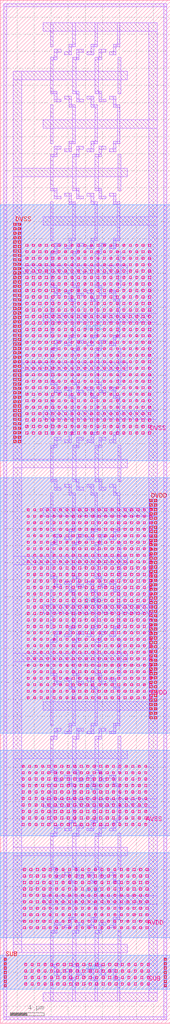
<source format=lef>
VERSION 5.7 ;
BUSBITCHARS "[]" ;
DIVIDERCHAR "/" ;

MACRO decoupling_cap_filler
  CLASS BLOCK ;
  ORIGIN 0 0 ;
  FOREIGN decoupling_cap_filler 0 0 ;
  SIZE 20 BY 120 ;
  SYMMETRY X Y R90 ;
  PIN DVSS
    DIRECTION INOUT ;
    USE GROUND ;
    PORT
      LAYER V4 ;
        RECT 3.005 91.14 3.265 91.4 ;
        RECT 3.005 90.38 3.265 90.64 ;
        RECT 3.005 89.62 3.265 89.88 ;
        RECT 3.005 88.86 3.265 89.12 ;
        RECT 3.005 88.1 3.265 88.36 ;
        RECT 3.005 87.34 3.265 87.6 ;
        RECT 3.005 86.58 3.265 86.84 ;
        RECT 3.005 85.82 3.265 86.08 ;
        RECT 3.005 85.06 3.265 85.32 ;
        RECT 3.005 84.3 3.265 84.56 ;
        RECT 3.005 83.54 3.265 83.8 ;
        RECT 3.005 82.78 3.265 83.04 ;
        RECT 3.005 82.02 3.265 82.28 ;
        RECT 3.005 81.26 3.265 81.52 ;
        RECT 3.005 80.5 3.265 80.76 ;
        RECT 3.005 79.74 3.265 80 ;
        RECT 3.005 78.98 3.265 79.24 ;
        RECT 3.005 78.22 3.265 78.48 ;
        RECT 3.005 77.46 3.265 77.72 ;
        RECT 3.005 76.7 3.265 76.96 ;
        RECT 3.005 75.94 3.265 76.2 ;
        RECT 3.005 75.18 3.265 75.44 ;
        RECT 3.005 74.42 3.265 74.68 ;
        RECT 3.005 73.66 3.265 73.92 ;
        RECT 3.005 72.9 3.265 73.16 ;
        RECT 3.005 72.14 3.265 72.4 ;
        RECT 3.005 71.38 3.265 71.64 ;
        RECT 3.005 70.62 3.265 70.88 ;
        RECT 3.005 69.86 3.265 70.12 ;
        RECT 3.005 69.1 3.265 69.36 ;
        RECT 3.765 91.14 4.025 91.4 ;
        RECT 3.765 90.38 4.025 90.64 ;
        RECT 3.765 89.62 4.025 89.88 ;
        RECT 3.765 88.86 4.025 89.12 ;
        RECT 3.765 88.1 4.025 88.36 ;
        RECT 3.765 87.34 4.025 87.6 ;
        RECT 3.765 86.58 4.025 86.84 ;
        RECT 3.765 85.82 4.025 86.08 ;
        RECT 3.765 85.06 4.025 85.32 ;
        RECT 3.765 84.3 4.025 84.56 ;
        RECT 3.765 83.54 4.025 83.8 ;
        RECT 3.765 82.78 4.025 83.04 ;
        RECT 3.765 82.02 4.025 82.28 ;
        RECT 3.765 81.26 4.025 81.52 ;
        RECT 3.765 80.5 4.025 80.76 ;
        RECT 3.765 79.74 4.025 80 ;
        RECT 3.765 78.98 4.025 79.24 ;
        RECT 3.765 78.22 4.025 78.48 ;
        RECT 3.765 77.46 4.025 77.72 ;
        RECT 3.765 76.7 4.025 76.96 ;
        RECT 3.765 75.94 4.025 76.2 ;
        RECT 3.765 75.18 4.025 75.44 ;
        RECT 3.765 74.42 4.025 74.68 ;
        RECT 3.765 73.66 4.025 73.92 ;
        RECT 3.765 72.9 4.025 73.16 ;
        RECT 3.765 72.14 4.025 72.4 ;
        RECT 3.765 71.38 4.025 71.64 ;
        RECT 3.765 70.62 4.025 70.88 ;
        RECT 3.765 69.86 4.025 70.12 ;
        RECT 3.765 69.1 4.025 69.36 ;
        RECT 4.525 91.14 4.785 91.4 ;
        RECT 4.525 90.38 4.785 90.64 ;
        RECT 4.525 89.62 4.785 89.88 ;
        RECT 4.525 88.86 4.785 89.12 ;
        RECT 4.525 88.1 4.785 88.36 ;
        RECT 4.525 87.34 4.785 87.6 ;
        RECT 4.525 86.58 4.785 86.84 ;
        RECT 4.525 85.82 4.785 86.08 ;
        RECT 4.525 85.06 4.785 85.32 ;
        RECT 4.525 84.3 4.785 84.56 ;
        RECT 4.525 83.54 4.785 83.8 ;
        RECT 4.525 82.78 4.785 83.04 ;
        RECT 4.525 82.02 4.785 82.28 ;
        RECT 4.525 81.26 4.785 81.52 ;
        RECT 4.525 80.5 4.785 80.76 ;
        RECT 4.525 79.74 4.785 80 ;
        RECT 4.525 78.98 4.785 79.24 ;
        RECT 4.525 78.22 4.785 78.48 ;
        RECT 4.525 77.46 4.785 77.72 ;
        RECT 4.525 76.7 4.785 76.96 ;
        RECT 4.525 75.94 4.785 76.2 ;
        RECT 4.525 75.18 4.785 75.44 ;
        RECT 4.525 74.42 4.785 74.68 ;
        RECT 4.525 73.66 4.785 73.92 ;
        RECT 4.525 72.9 4.785 73.16 ;
        RECT 4.525 72.14 4.785 72.4 ;
        RECT 4.525 71.38 4.785 71.64 ;
        RECT 4.525 70.62 4.785 70.88 ;
        RECT 4.525 69.86 4.785 70.12 ;
        RECT 4.525 69.1 4.785 69.36 ;
        RECT 5.285 91.14 5.545 91.4 ;
        RECT 5.285 90.38 5.545 90.64 ;
        RECT 5.285 89.62 5.545 89.88 ;
        RECT 5.285 88.86 5.545 89.12 ;
        RECT 5.285 88.1 5.545 88.36 ;
        RECT 5.285 87.34 5.545 87.6 ;
        RECT 5.285 86.58 5.545 86.84 ;
        RECT 5.285 85.82 5.545 86.08 ;
        RECT 5.285 85.06 5.545 85.32 ;
        RECT 5.285 84.3 5.545 84.56 ;
        RECT 5.285 83.54 5.545 83.8 ;
        RECT 5.285 82.78 5.545 83.04 ;
        RECT 5.285 82.02 5.545 82.28 ;
        RECT 5.285 81.26 5.545 81.52 ;
        RECT 5.285 80.5 5.545 80.76 ;
        RECT 5.285 79.74 5.545 80 ;
        RECT 5.285 78.98 5.545 79.24 ;
        RECT 5.285 78.22 5.545 78.48 ;
        RECT 5.285 77.46 5.545 77.72 ;
        RECT 5.285 76.7 5.545 76.96 ;
        RECT 5.285 75.94 5.545 76.2 ;
        RECT 5.285 75.18 5.545 75.44 ;
        RECT 5.285 74.42 5.545 74.68 ;
        RECT 5.285 73.66 5.545 73.92 ;
        RECT 5.285 72.9 5.545 73.16 ;
        RECT 5.285 72.14 5.545 72.4 ;
        RECT 5.285 71.38 5.545 71.64 ;
        RECT 5.285 70.62 5.545 70.88 ;
        RECT 5.285 69.86 5.545 70.12 ;
        RECT 5.285 69.1 5.545 69.36 ;
        RECT 6.045 91.14 6.305 91.4 ;
        RECT 6.045 90.38 6.305 90.64 ;
        RECT 6.045 89.62 6.305 89.88 ;
        RECT 6.045 88.86 6.305 89.12 ;
        RECT 6.045 88.1 6.305 88.36 ;
        RECT 6.045 87.34 6.305 87.6 ;
        RECT 6.045 86.58 6.305 86.84 ;
        RECT 6.045 85.82 6.305 86.08 ;
        RECT 6.045 85.06 6.305 85.32 ;
        RECT 6.045 84.3 6.305 84.56 ;
        RECT 6.045 83.54 6.305 83.8 ;
        RECT 6.045 82.78 6.305 83.04 ;
        RECT 6.045 82.02 6.305 82.28 ;
        RECT 6.045 81.26 6.305 81.52 ;
        RECT 6.045 80.5 6.305 80.76 ;
        RECT 6.045 79.74 6.305 80 ;
        RECT 6.045 78.98 6.305 79.24 ;
        RECT 6.045 78.22 6.305 78.48 ;
        RECT 6.045 77.46 6.305 77.72 ;
        RECT 6.045 76.7 6.305 76.96 ;
        RECT 6.045 75.94 6.305 76.2 ;
        RECT 6.045 75.18 6.305 75.44 ;
        RECT 6.045 74.42 6.305 74.68 ;
        RECT 6.045 73.66 6.305 73.92 ;
        RECT 6.045 72.9 6.305 73.16 ;
        RECT 6.045 72.14 6.305 72.4 ;
        RECT 6.045 71.38 6.305 71.64 ;
        RECT 6.045 70.62 6.305 70.88 ;
        RECT 6.045 69.86 6.305 70.12 ;
        RECT 6.045 69.1 6.305 69.36 ;
        RECT 6.805 91.14 7.065 91.4 ;
        RECT 6.805 90.38 7.065 90.64 ;
        RECT 6.805 89.62 7.065 89.88 ;
        RECT 6.805 88.86 7.065 89.12 ;
        RECT 6.805 88.1 7.065 88.36 ;
        RECT 6.805 87.34 7.065 87.6 ;
        RECT 6.805 86.58 7.065 86.84 ;
        RECT 6.805 85.82 7.065 86.08 ;
        RECT 6.805 85.06 7.065 85.32 ;
        RECT 6.805 84.3 7.065 84.56 ;
        RECT 6.805 83.54 7.065 83.8 ;
        RECT 6.805 82.78 7.065 83.04 ;
        RECT 6.805 82.02 7.065 82.28 ;
        RECT 6.805 81.26 7.065 81.52 ;
        RECT 6.805 80.5 7.065 80.76 ;
        RECT 6.805 79.74 7.065 80 ;
        RECT 6.805 78.98 7.065 79.24 ;
        RECT 6.805 78.22 7.065 78.48 ;
        RECT 6.805 77.46 7.065 77.72 ;
        RECT 6.805 76.7 7.065 76.96 ;
        RECT 6.805 75.94 7.065 76.2 ;
        RECT 6.805 75.18 7.065 75.44 ;
        RECT 6.805 74.42 7.065 74.68 ;
        RECT 6.805 73.66 7.065 73.92 ;
        RECT 6.805 72.9 7.065 73.16 ;
        RECT 6.805 72.14 7.065 72.4 ;
        RECT 6.805 71.38 7.065 71.64 ;
        RECT 6.805 70.62 7.065 70.88 ;
        RECT 6.805 69.86 7.065 70.12 ;
        RECT 6.805 69.1 7.065 69.36 ;
        RECT 7.565 91.14 7.825 91.4 ;
        RECT 7.565 90.38 7.825 90.64 ;
        RECT 7.565 89.62 7.825 89.88 ;
        RECT 7.565 88.86 7.825 89.12 ;
        RECT 7.565 88.1 7.825 88.36 ;
        RECT 7.565 87.34 7.825 87.6 ;
        RECT 7.565 86.58 7.825 86.84 ;
        RECT 7.565 85.82 7.825 86.08 ;
        RECT 7.565 85.06 7.825 85.32 ;
        RECT 7.565 84.3 7.825 84.56 ;
        RECT 7.565 83.54 7.825 83.8 ;
        RECT 7.565 82.78 7.825 83.04 ;
        RECT 7.565 82.02 7.825 82.28 ;
        RECT 7.565 81.26 7.825 81.52 ;
        RECT 7.565 80.5 7.825 80.76 ;
        RECT 7.565 79.74 7.825 80 ;
        RECT 7.565 78.98 7.825 79.24 ;
        RECT 7.565 78.22 7.825 78.48 ;
        RECT 7.565 77.46 7.825 77.72 ;
        RECT 7.565 76.7 7.825 76.96 ;
        RECT 7.565 75.94 7.825 76.2 ;
        RECT 7.565 75.18 7.825 75.44 ;
        RECT 7.565 74.42 7.825 74.68 ;
        RECT 7.565 73.66 7.825 73.92 ;
        RECT 7.565 72.9 7.825 73.16 ;
        RECT 7.565 72.14 7.825 72.4 ;
        RECT 7.565 71.38 7.825 71.64 ;
        RECT 7.565 70.62 7.825 70.88 ;
        RECT 7.565 69.86 7.825 70.12 ;
        RECT 7.565 69.1 7.825 69.36 ;
        RECT 8.325 91.14 8.585 91.4 ;
        RECT 8.325 90.38 8.585 90.64 ;
        RECT 8.325 89.62 8.585 89.88 ;
        RECT 8.325 88.86 8.585 89.12 ;
        RECT 8.325 88.1 8.585 88.36 ;
        RECT 8.325 87.34 8.585 87.6 ;
        RECT 8.325 86.58 8.585 86.84 ;
        RECT 8.325 85.82 8.585 86.08 ;
        RECT 8.325 85.06 8.585 85.32 ;
        RECT 8.325 84.3 8.585 84.56 ;
        RECT 8.325 83.54 8.585 83.8 ;
        RECT 8.325 82.78 8.585 83.04 ;
        RECT 8.325 82.02 8.585 82.28 ;
        RECT 8.325 81.26 8.585 81.52 ;
        RECT 8.325 80.5 8.585 80.76 ;
        RECT 8.325 79.74 8.585 80 ;
        RECT 8.325 78.98 8.585 79.24 ;
        RECT 8.325 78.22 8.585 78.48 ;
        RECT 8.325 77.46 8.585 77.72 ;
        RECT 8.325 76.7 8.585 76.96 ;
        RECT 8.325 75.94 8.585 76.2 ;
        RECT 8.325 75.18 8.585 75.44 ;
        RECT 8.325 74.42 8.585 74.68 ;
        RECT 8.325 73.66 8.585 73.92 ;
        RECT 8.325 72.9 8.585 73.16 ;
        RECT 8.325 72.14 8.585 72.4 ;
        RECT 8.325 71.38 8.585 71.64 ;
        RECT 8.325 70.62 8.585 70.88 ;
        RECT 8.325 69.86 8.585 70.12 ;
        RECT 8.325 69.1 8.585 69.36 ;
        RECT 9.085 91.14 9.345 91.4 ;
        RECT 9.085 90.38 9.345 90.64 ;
        RECT 9.085 89.62 9.345 89.88 ;
        RECT 9.085 88.86 9.345 89.12 ;
        RECT 9.085 88.1 9.345 88.36 ;
        RECT 9.085 87.34 9.345 87.6 ;
        RECT 9.085 86.58 9.345 86.84 ;
        RECT 9.085 85.82 9.345 86.08 ;
        RECT 9.085 85.06 9.345 85.32 ;
        RECT 9.085 84.3 9.345 84.56 ;
        RECT 9.085 83.54 9.345 83.8 ;
        RECT 9.085 82.78 9.345 83.04 ;
        RECT 9.085 82.02 9.345 82.28 ;
        RECT 9.085 81.26 9.345 81.52 ;
        RECT 9.085 80.5 9.345 80.76 ;
        RECT 9.085 79.74 9.345 80 ;
        RECT 9.085 78.98 9.345 79.24 ;
        RECT 9.085 78.22 9.345 78.48 ;
        RECT 9.085 77.46 9.345 77.72 ;
        RECT 9.085 76.7 9.345 76.96 ;
        RECT 9.085 75.94 9.345 76.2 ;
        RECT 9.085 75.18 9.345 75.44 ;
        RECT 9.085 74.42 9.345 74.68 ;
        RECT 9.085 73.66 9.345 73.92 ;
        RECT 9.085 72.9 9.345 73.16 ;
        RECT 9.085 72.14 9.345 72.4 ;
        RECT 9.085 71.38 9.345 71.64 ;
        RECT 9.085 70.62 9.345 70.88 ;
        RECT 9.085 69.86 9.345 70.12 ;
        RECT 9.085 69.1 9.345 69.36 ;
        RECT 9.845 91.14 10.105 91.4 ;
        RECT 9.845 90.38 10.105 90.64 ;
        RECT 9.845 89.62 10.105 89.88 ;
        RECT 9.845 88.86 10.105 89.12 ;
        RECT 9.845 88.1 10.105 88.36 ;
        RECT 9.845 87.34 10.105 87.6 ;
        RECT 9.845 86.58 10.105 86.84 ;
        RECT 9.845 85.82 10.105 86.08 ;
        RECT 9.845 85.06 10.105 85.32 ;
        RECT 9.845 84.3 10.105 84.56 ;
        RECT 9.845 83.54 10.105 83.8 ;
        RECT 9.845 82.78 10.105 83.04 ;
        RECT 9.845 82.02 10.105 82.28 ;
        RECT 9.845 81.26 10.105 81.52 ;
        RECT 9.845 80.5 10.105 80.76 ;
        RECT 9.845 79.74 10.105 80 ;
        RECT 9.845 78.98 10.105 79.24 ;
        RECT 9.845 78.22 10.105 78.48 ;
        RECT 9.845 77.46 10.105 77.72 ;
        RECT 9.845 76.7 10.105 76.96 ;
        RECT 9.845 75.94 10.105 76.2 ;
        RECT 9.845 75.18 10.105 75.44 ;
        RECT 9.845 74.42 10.105 74.68 ;
        RECT 9.845 73.66 10.105 73.92 ;
        RECT 9.845 72.9 10.105 73.16 ;
        RECT 9.845 72.14 10.105 72.4 ;
        RECT 9.845 71.38 10.105 71.64 ;
        RECT 9.845 70.62 10.105 70.88 ;
        RECT 9.845 69.86 10.105 70.12 ;
        RECT 9.845 69.1 10.105 69.36 ;
        RECT 10.605 91.14 10.865 91.4 ;
        RECT 10.605 90.38 10.865 90.64 ;
        RECT 10.605 89.62 10.865 89.88 ;
        RECT 10.605 88.86 10.865 89.12 ;
        RECT 10.605 88.1 10.865 88.36 ;
        RECT 10.605 87.34 10.865 87.6 ;
        RECT 10.605 86.58 10.865 86.84 ;
        RECT 10.605 85.82 10.865 86.08 ;
        RECT 10.605 85.06 10.865 85.32 ;
        RECT 10.605 84.3 10.865 84.56 ;
        RECT 10.605 83.54 10.865 83.8 ;
        RECT 10.605 82.78 10.865 83.04 ;
        RECT 10.605 82.02 10.865 82.28 ;
        RECT 10.605 81.26 10.865 81.52 ;
        RECT 10.605 80.5 10.865 80.76 ;
        RECT 10.605 79.74 10.865 80 ;
        RECT 10.605 78.98 10.865 79.24 ;
        RECT 10.605 78.22 10.865 78.48 ;
        RECT 10.605 77.46 10.865 77.72 ;
        RECT 10.605 76.7 10.865 76.96 ;
        RECT 10.605 75.94 10.865 76.2 ;
        RECT 10.605 75.18 10.865 75.44 ;
        RECT 10.605 74.42 10.865 74.68 ;
        RECT 10.605 73.66 10.865 73.92 ;
        RECT 10.605 72.9 10.865 73.16 ;
        RECT 10.605 72.14 10.865 72.4 ;
        RECT 10.605 71.38 10.865 71.64 ;
        RECT 10.605 70.62 10.865 70.88 ;
        RECT 10.605 69.86 10.865 70.12 ;
        RECT 10.605 69.1 10.865 69.36 ;
        RECT 11.365 91.14 11.625 91.4 ;
        RECT 11.365 90.38 11.625 90.64 ;
        RECT 11.365 89.62 11.625 89.88 ;
        RECT 11.365 88.86 11.625 89.12 ;
        RECT 11.365 88.1 11.625 88.36 ;
        RECT 11.365 87.34 11.625 87.6 ;
        RECT 11.365 86.58 11.625 86.84 ;
        RECT 11.365 85.82 11.625 86.08 ;
        RECT 11.365 85.06 11.625 85.32 ;
        RECT 11.365 84.3 11.625 84.56 ;
        RECT 11.365 83.54 11.625 83.8 ;
        RECT 11.365 82.78 11.625 83.04 ;
        RECT 11.365 82.02 11.625 82.28 ;
        RECT 11.365 81.26 11.625 81.52 ;
        RECT 11.365 80.5 11.625 80.76 ;
        RECT 11.365 79.74 11.625 80 ;
        RECT 11.365 78.98 11.625 79.24 ;
        RECT 11.365 78.22 11.625 78.48 ;
        RECT 11.365 77.46 11.625 77.72 ;
        RECT 11.365 76.7 11.625 76.96 ;
        RECT 11.365 75.94 11.625 76.2 ;
        RECT 11.365 75.18 11.625 75.44 ;
        RECT 11.365 74.42 11.625 74.68 ;
        RECT 11.365 73.66 11.625 73.92 ;
        RECT 11.365 72.9 11.625 73.16 ;
        RECT 11.365 72.14 11.625 72.4 ;
        RECT 11.365 71.38 11.625 71.64 ;
        RECT 11.365 70.62 11.625 70.88 ;
        RECT 11.365 69.86 11.625 70.12 ;
        RECT 11.365 69.1 11.625 69.36 ;
        RECT 12.125 91.14 12.385 91.4 ;
        RECT 12.125 90.38 12.385 90.64 ;
        RECT 12.125 89.62 12.385 89.88 ;
        RECT 12.125 88.86 12.385 89.12 ;
        RECT 12.125 88.1 12.385 88.36 ;
        RECT 12.125 87.34 12.385 87.6 ;
        RECT 12.125 86.58 12.385 86.84 ;
        RECT 12.125 85.82 12.385 86.08 ;
        RECT 12.125 85.06 12.385 85.32 ;
        RECT 12.125 84.3 12.385 84.56 ;
        RECT 12.125 83.54 12.385 83.8 ;
        RECT 12.125 82.78 12.385 83.04 ;
        RECT 12.125 82.02 12.385 82.28 ;
        RECT 12.125 81.26 12.385 81.52 ;
        RECT 12.125 80.5 12.385 80.76 ;
        RECT 12.125 79.74 12.385 80 ;
        RECT 12.125 78.98 12.385 79.24 ;
        RECT 12.125 78.22 12.385 78.48 ;
        RECT 12.125 77.46 12.385 77.72 ;
        RECT 12.125 76.7 12.385 76.96 ;
        RECT 12.125 75.94 12.385 76.2 ;
        RECT 12.125 75.18 12.385 75.44 ;
        RECT 12.125 74.42 12.385 74.68 ;
        RECT 12.125 73.66 12.385 73.92 ;
        RECT 12.125 72.9 12.385 73.16 ;
        RECT 12.125 72.14 12.385 72.4 ;
        RECT 12.125 71.38 12.385 71.64 ;
        RECT 12.125 70.62 12.385 70.88 ;
        RECT 12.125 69.86 12.385 70.12 ;
        RECT 12.125 69.1 12.385 69.36 ;
        RECT 12.885 91.14 13.145 91.4 ;
        RECT 12.885 90.38 13.145 90.64 ;
        RECT 12.885 89.62 13.145 89.88 ;
        RECT 12.885 88.86 13.145 89.12 ;
        RECT 12.885 88.1 13.145 88.36 ;
        RECT 12.885 87.34 13.145 87.6 ;
        RECT 12.885 86.58 13.145 86.84 ;
        RECT 12.885 85.82 13.145 86.08 ;
        RECT 12.885 85.06 13.145 85.32 ;
        RECT 12.885 84.3 13.145 84.56 ;
        RECT 12.885 83.54 13.145 83.8 ;
        RECT 12.885 82.78 13.145 83.04 ;
        RECT 12.885 82.02 13.145 82.28 ;
        RECT 12.885 81.26 13.145 81.52 ;
        RECT 12.885 80.5 13.145 80.76 ;
        RECT 12.885 79.74 13.145 80 ;
        RECT 12.885 78.98 13.145 79.24 ;
        RECT 12.885 78.22 13.145 78.48 ;
        RECT 12.885 77.46 13.145 77.72 ;
        RECT 12.885 76.7 13.145 76.96 ;
        RECT 12.885 75.94 13.145 76.2 ;
        RECT 12.885 75.18 13.145 75.44 ;
        RECT 12.885 74.42 13.145 74.68 ;
        RECT 12.885 73.66 13.145 73.92 ;
        RECT 12.885 72.9 13.145 73.16 ;
        RECT 12.885 72.14 13.145 72.4 ;
        RECT 12.885 71.38 13.145 71.64 ;
        RECT 12.885 70.62 13.145 70.88 ;
        RECT 12.885 69.86 13.145 70.12 ;
        RECT 12.885 69.1 13.145 69.36 ;
        RECT 13.645 91.14 13.905 91.4 ;
        RECT 13.645 90.38 13.905 90.64 ;
        RECT 13.645 89.62 13.905 89.88 ;
        RECT 13.645 88.86 13.905 89.12 ;
        RECT 13.645 88.1 13.905 88.36 ;
        RECT 13.645 87.34 13.905 87.6 ;
        RECT 13.645 86.58 13.905 86.84 ;
        RECT 13.645 85.82 13.905 86.08 ;
        RECT 13.645 85.06 13.905 85.32 ;
        RECT 13.645 84.3 13.905 84.56 ;
        RECT 13.645 83.54 13.905 83.8 ;
        RECT 13.645 82.78 13.905 83.04 ;
        RECT 13.645 82.02 13.905 82.28 ;
        RECT 13.645 81.26 13.905 81.52 ;
        RECT 13.645 80.5 13.905 80.76 ;
        RECT 13.645 79.74 13.905 80 ;
        RECT 13.645 78.98 13.905 79.24 ;
        RECT 13.645 78.22 13.905 78.48 ;
        RECT 13.645 77.46 13.905 77.72 ;
        RECT 13.645 76.7 13.905 76.96 ;
        RECT 13.645 75.94 13.905 76.2 ;
        RECT 13.645 75.18 13.905 75.44 ;
        RECT 13.645 74.42 13.905 74.68 ;
        RECT 13.645 73.66 13.905 73.92 ;
        RECT 13.645 72.9 13.905 73.16 ;
        RECT 13.645 72.14 13.905 72.4 ;
        RECT 13.645 71.38 13.905 71.64 ;
        RECT 13.645 70.62 13.905 70.88 ;
        RECT 13.645 69.86 13.905 70.12 ;
        RECT 13.645 69.1 13.905 69.36 ;
        RECT 14.405 91.14 14.665 91.4 ;
        RECT 14.405 90.38 14.665 90.64 ;
        RECT 14.405 89.62 14.665 89.88 ;
        RECT 14.405 88.86 14.665 89.12 ;
        RECT 14.405 88.1 14.665 88.36 ;
        RECT 14.405 87.34 14.665 87.6 ;
        RECT 14.405 86.58 14.665 86.84 ;
        RECT 14.405 85.82 14.665 86.08 ;
        RECT 14.405 85.06 14.665 85.32 ;
        RECT 14.405 84.3 14.665 84.56 ;
        RECT 14.405 83.54 14.665 83.8 ;
        RECT 14.405 82.78 14.665 83.04 ;
        RECT 14.405 82.02 14.665 82.28 ;
        RECT 14.405 81.26 14.665 81.52 ;
        RECT 14.405 80.5 14.665 80.76 ;
        RECT 14.405 79.74 14.665 80 ;
        RECT 14.405 78.98 14.665 79.24 ;
        RECT 14.405 78.22 14.665 78.48 ;
        RECT 14.405 77.46 14.665 77.72 ;
        RECT 14.405 76.7 14.665 76.96 ;
        RECT 14.405 75.94 14.665 76.2 ;
        RECT 14.405 75.18 14.665 75.44 ;
        RECT 14.405 74.42 14.665 74.68 ;
        RECT 14.405 73.66 14.665 73.92 ;
        RECT 14.405 72.9 14.665 73.16 ;
        RECT 14.405 72.14 14.665 72.4 ;
        RECT 14.405 71.38 14.665 71.64 ;
        RECT 14.405 70.62 14.665 70.88 ;
        RECT 14.405 69.86 14.665 70.12 ;
        RECT 14.405 69.1 14.665 69.36 ;
        RECT 15.165 91.14 15.425 91.4 ;
        RECT 15.165 90.38 15.425 90.64 ;
        RECT 15.165 89.62 15.425 89.88 ;
        RECT 15.165 88.86 15.425 89.12 ;
        RECT 15.165 88.1 15.425 88.36 ;
        RECT 15.165 87.34 15.425 87.6 ;
        RECT 15.165 86.58 15.425 86.84 ;
        RECT 15.165 85.82 15.425 86.08 ;
        RECT 15.165 85.06 15.425 85.32 ;
        RECT 15.165 84.3 15.425 84.56 ;
        RECT 15.165 83.54 15.425 83.8 ;
        RECT 15.165 82.78 15.425 83.04 ;
        RECT 15.165 82.02 15.425 82.28 ;
        RECT 15.165 81.26 15.425 81.52 ;
        RECT 15.165 80.5 15.425 80.76 ;
        RECT 15.165 79.74 15.425 80 ;
        RECT 15.165 78.98 15.425 79.24 ;
        RECT 15.165 78.22 15.425 78.48 ;
        RECT 15.165 77.46 15.425 77.72 ;
        RECT 15.165 76.7 15.425 76.96 ;
        RECT 15.165 75.94 15.425 76.2 ;
        RECT 15.165 75.18 15.425 75.44 ;
        RECT 15.165 74.42 15.425 74.68 ;
        RECT 15.165 73.66 15.425 73.92 ;
        RECT 15.165 72.9 15.425 73.16 ;
        RECT 15.165 72.14 15.425 72.4 ;
        RECT 15.165 71.38 15.425 71.64 ;
        RECT 15.165 70.62 15.425 70.88 ;
        RECT 15.165 69.86 15.425 70.12 ;
        RECT 15.165 69.1 15.425 69.36 ;
        RECT 15.925 91.14 16.185 91.4 ;
        RECT 15.925 90.38 16.185 90.64 ;
        RECT 15.925 89.62 16.185 89.88 ;
        RECT 15.925 88.86 16.185 89.12 ;
        RECT 15.925 88.1 16.185 88.36 ;
        RECT 15.925 87.34 16.185 87.6 ;
        RECT 15.925 86.58 16.185 86.84 ;
        RECT 15.925 85.82 16.185 86.08 ;
        RECT 15.925 85.06 16.185 85.32 ;
        RECT 15.925 84.3 16.185 84.56 ;
        RECT 15.925 83.54 16.185 83.8 ;
        RECT 15.925 82.78 16.185 83.04 ;
        RECT 15.925 82.02 16.185 82.28 ;
        RECT 15.925 81.26 16.185 81.52 ;
        RECT 15.925 80.5 16.185 80.76 ;
        RECT 15.925 79.74 16.185 80 ;
        RECT 15.925 78.98 16.185 79.24 ;
        RECT 15.925 78.22 16.185 78.48 ;
        RECT 15.925 77.46 16.185 77.72 ;
        RECT 15.925 76.7 16.185 76.96 ;
        RECT 15.925 75.94 16.185 76.2 ;
        RECT 15.925 75.18 16.185 75.44 ;
        RECT 15.925 74.42 16.185 74.68 ;
        RECT 15.925 73.66 16.185 73.92 ;
        RECT 15.925 72.9 16.185 73.16 ;
        RECT 15.925 72.14 16.185 72.4 ;
        RECT 15.925 71.38 16.185 71.64 ;
        RECT 15.925 70.62 16.185 70.88 ;
        RECT 15.925 69.86 16.185 70.12 ;
        RECT 15.925 69.1 16.185 69.36 ;
        RECT 16.685 91.14 16.945 91.4 ;
        RECT 16.685 90.38 16.945 90.64 ;
        RECT 16.685 89.62 16.945 89.88 ;
        RECT 16.685 88.86 16.945 89.12 ;
        RECT 16.685 88.1 16.945 88.36 ;
        RECT 16.685 87.34 16.945 87.6 ;
        RECT 16.685 86.58 16.945 86.84 ;
        RECT 16.685 85.82 16.945 86.08 ;
        RECT 16.685 85.06 16.945 85.32 ;
        RECT 16.685 84.3 16.945 84.56 ;
        RECT 16.685 83.54 16.945 83.8 ;
        RECT 16.685 82.78 16.945 83.04 ;
        RECT 16.685 82.02 16.945 82.28 ;
        RECT 16.685 81.26 16.945 81.52 ;
        RECT 16.685 80.5 16.945 80.76 ;
        RECT 16.685 79.74 16.945 80 ;
        RECT 16.685 78.98 16.945 79.24 ;
        RECT 16.685 78.22 16.945 78.48 ;
        RECT 16.685 77.46 16.945 77.72 ;
        RECT 16.685 76.7 16.945 76.96 ;
        RECT 16.685 75.94 16.945 76.2 ;
        RECT 16.685 75.18 16.945 75.44 ;
        RECT 16.685 74.42 16.945 74.68 ;
        RECT 16.685 73.66 16.945 73.92 ;
        RECT 16.685 72.9 16.945 73.16 ;
        RECT 16.685 72.14 16.945 72.4 ;
        RECT 16.685 71.38 16.945 71.64 ;
        RECT 16.685 70.62 16.945 70.88 ;
        RECT 16.685 69.86 16.945 70.12 ;
        RECT 16.685 69.1 16.945 69.36 ;
        RECT 17.445 91.14 17.705 91.4 ;
        RECT 17.445 90.38 17.705 90.64 ;
        RECT 17.445 89.62 17.705 89.88 ;
        RECT 17.445 88.86 17.705 89.12 ;
        RECT 17.445 88.1 17.705 88.36 ;
        RECT 17.445 87.34 17.705 87.6 ;
        RECT 17.445 86.58 17.705 86.84 ;
        RECT 17.445 85.82 17.705 86.08 ;
        RECT 17.445 85.06 17.705 85.32 ;
        RECT 17.445 84.3 17.705 84.56 ;
        RECT 17.445 83.54 17.705 83.8 ;
        RECT 17.445 82.78 17.705 83.04 ;
        RECT 17.445 82.02 17.705 82.28 ;
        RECT 17.445 81.26 17.705 81.52 ;
        RECT 17.445 80.5 17.705 80.76 ;
        RECT 17.445 79.74 17.705 80 ;
        RECT 17.445 78.98 17.705 79.24 ;
        RECT 17.445 78.22 17.705 78.48 ;
        RECT 17.445 77.46 17.705 77.72 ;
        RECT 17.445 76.7 17.705 76.96 ;
        RECT 17.445 75.94 17.705 76.2 ;
        RECT 17.445 75.18 17.705 75.44 ;
        RECT 17.445 74.42 17.705 74.68 ;
        RECT 17.445 73.66 17.705 73.92 ;
        RECT 17.445 72.9 17.705 73.16 ;
        RECT 17.445 72.14 17.705 72.4 ;
        RECT 17.445 71.38 17.705 71.64 ;
        RECT 17.445 70.62 17.705 70.88 ;
        RECT 17.445 69.86 17.705 70.12 ;
        RECT 17.445 69.1 17.705 69.36 ;
      LAYER V3 ;
        RECT 2.13 68.105 2.39 68.365 ;
        RECT 2.13 68.625 2.39 68.885 ;
        RECT 2.13 69.145 2.39 69.405 ;
        RECT 2.13 69.665 2.39 69.925 ;
        RECT 2.13 70.185 2.39 70.445 ;
        RECT 2.13 70.705 2.39 70.965 ;
        RECT 2.13 71.225 2.39 71.485 ;
        RECT 2.13 71.745 2.39 72.005 ;
        RECT 2.13 72.265 2.39 72.525 ;
        RECT 2.13 72.785 2.39 73.045 ;
        RECT 2.13 73.305 2.39 73.565 ;
        RECT 2.13 73.825 2.39 74.085 ;
        RECT 2.13 74.345 2.39 74.605 ;
        RECT 2.13 74.865 2.39 75.125 ;
        RECT 2.13 75.385 2.39 75.645 ;
        RECT 2.13 75.905 2.39 76.165 ;
        RECT 2.13 76.425 2.39 76.685 ;
        RECT 2.13 76.945 2.39 77.205 ;
        RECT 2.13 77.465 2.39 77.725 ;
        RECT 2.13 77.985 2.39 78.245 ;
        RECT 2.13 78.505 2.39 78.765 ;
        RECT 2.13 79.025 2.39 79.285 ;
        RECT 2.13 79.545 2.39 79.805 ;
        RECT 2.13 80.065 2.39 80.325 ;
        RECT 2.13 80.585 2.39 80.845 ;
        RECT 2.13 81.105 2.39 81.365 ;
        RECT 2.13 81.625 2.39 81.885 ;
        RECT 2.13 82.145 2.39 82.405 ;
        RECT 2.13 82.665 2.39 82.925 ;
        RECT 2.13 83.185 2.39 83.445 ;
        RECT 2.13 83.705 2.39 83.965 ;
        RECT 2.13 84.225 2.39 84.485 ;
        RECT 2.13 84.745 2.39 85.005 ;
        RECT 2.13 85.265 2.39 85.525 ;
        RECT 2.13 85.785 2.39 86.045 ;
        RECT 2.13 86.305 2.39 86.565 ;
        RECT 2.13 86.825 2.39 87.085 ;
        RECT 2.13 87.345 2.39 87.605 ;
        RECT 2.13 87.865 2.39 88.125 ;
        RECT 2.13 88.385 2.39 88.645 ;
        RECT 2.13 88.905 2.39 89.165 ;
        RECT 2.13 89.425 2.39 89.685 ;
        RECT 2.13 89.945 2.39 90.205 ;
        RECT 2.13 90.465 2.39 90.725 ;
        RECT 2.13 90.985 2.39 91.245 ;
        RECT 2.13 91.505 2.39 91.765 ;
        RECT 2.13 92.025 2.39 92.285 ;
        RECT 2.13 92.545 2.39 92.805 ;
        RECT 2.13 93.065 2.39 93.325 ;
        RECT 2.13 93.585 2.39 93.845 ;
        RECT 1.61 68.105 1.87 68.365 ;
        RECT 1.61 68.625 1.87 68.885 ;
        RECT 1.61 69.145 1.87 69.405 ;
        RECT 1.61 69.665 1.87 69.925 ;
        RECT 1.61 70.185 1.87 70.445 ;
        RECT 1.61 70.705 1.87 70.965 ;
        RECT 1.61 71.225 1.87 71.485 ;
        RECT 1.61 71.745 1.87 72.005 ;
        RECT 1.61 72.265 1.87 72.525 ;
        RECT 1.61 72.785 1.87 73.045 ;
        RECT 1.61 73.305 1.87 73.565 ;
        RECT 1.61 73.825 1.87 74.085 ;
        RECT 1.61 74.345 1.87 74.605 ;
        RECT 1.61 74.865 1.87 75.125 ;
        RECT 1.61 75.385 1.87 75.645 ;
        RECT 1.61 75.905 1.87 76.165 ;
        RECT 1.61 76.425 1.87 76.685 ;
        RECT 1.61 76.945 1.87 77.205 ;
        RECT 1.61 77.465 1.87 77.725 ;
        RECT 1.61 77.985 1.87 78.245 ;
        RECT 1.61 78.505 1.87 78.765 ;
        RECT 1.61 79.025 1.87 79.285 ;
        RECT 1.61 79.545 1.87 79.805 ;
        RECT 1.61 80.065 1.87 80.325 ;
        RECT 1.61 80.585 1.87 80.845 ;
        RECT 1.61 81.105 1.87 81.365 ;
        RECT 1.61 81.625 1.87 81.885 ;
        RECT 1.61 82.145 1.87 82.405 ;
        RECT 1.61 82.665 1.87 82.925 ;
        RECT 1.61 83.185 1.87 83.445 ;
        RECT 1.61 83.705 1.87 83.965 ;
        RECT 1.61 84.225 1.87 84.485 ;
        RECT 1.61 84.745 1.87 85.005 ;
        RECT 1.61 85.265 1.87 85.525 ;
        RECT 1.61 85.785 1.87 86.045 ;
        RECT 1.61 86.305 1.87 86.565 ;
        RECT 1.61 86.825 1.87 87.085 ;
        RECT 1.61 87.345 1.87 87.605 ;
        RECT 1.61 87.865 1.87 88.125 ;
        RECT 1.61 88.385 1.87 88.645 ;
        RECT 1.61 88.905 1.87 89.165 ;
        RECT 1.61 89.425 1.87 89.685 ;
        RECT 1.61 89.945 1.87 90.205 ;
        RECT 1.61 90.465 1.87 90.725 ;
        RECT 1.61 90.985 1.87 91.245 ;
        RECT 1.61 91.505 1.87 91.765 ;
        RECT 1.61 92.025 1.87 92.285 ;
        RECT 1.61 92.545 1.87 92.805 ;
        RECT 1.61 93.065 1.87 93.325 ;
        RECT 1.61 93.585 1.87 93.845 ;
      LAYER M4 ;
        RECT 0 66 20 96 ;
      LAYER M3 ;
        RECT 0 66 20 96 ;
    END
  END DVSS
  PIN DVDD
    DIRECTION INOUT ;
    USE POWER ;
    PORT
      LAYER V4 ;
        RECT 3.155 60.1 3.415 60.36 ;
        RECT 3.155 59.34 3.415 59.6 ;
        RECT 3.155 58.58 3.415 58.84 ;
        RECT 3.155 57.82 3.415 58.08 ;
        RECT 3.155 57.06 3.415 57.32 ;
        RECT 3.155 56.3 3.415 56.56 ;
        RECT 3.155 55.54 3.415 55.8 ;
        RECT 3.155 54.78 3.415 55.04 ;
        RECT 3.155 54.02 3.415 54.28 ;
        RECT 3.155 53.26 3.415 53.52 ;
        RECT 3.155 52.5 3.415 52.76 ;
        RECT 3.155 51.74 3.415 52 ;
        RECT 3.155 50.98 3.415 51.24 ;
        RECT 3.155 50.22 3.415 50.48 ;
        RECT 3.155 49.46 3.415 49.72 ;
        RECT 3.155 48.7 3.415 48.96 ;
        RECT 3.155 47.94 3.415 48.2 ;
        RECT 3.155 47.18 3.415 47.44 ;
        RECT 3.155 46.42 3.415 46.68 ;
        RECT 3.155 45.66 3.415 45.92 ;
        RECT 3.155 44.9 3.415 45.16 ;
        RECT 3.155 44.14 3.415 44.4 ;
        RECT 3.155 43.38 3.415 43.64 ;
        RECT 3.155 42.62 3.415 42.88 ;
        RECT 3.155 41.86 3.415 42.12 ;
        RECT 3.155 41.1 3.415 41.36 ;
        RECT 3.155 40.34 3.415 40.6 ;
        RECT 3.155 39.58 3.415 39.84 ;
        RECT 3.155 38.82 3.415 39.08 ;
        RECT 3.155 38.06 3.415 38.32 ;
        RECT 3.915 60.1 4.175 60.36 ;
        RECT 3.915 59.34 4.175 59.6 ;
        RECT 3.915 58.58 4.175 58.84 ;
        RECT 3.915 57.82 4.175 58.08 ;
        RECT 3.915 57.06 4.175 57.32 ;
        RECT 3.915 56.3 4.175 56.56 ;
        RECT 3.915 55.54 4.175 55.8 ;
        RECT 3.915 54.78 4.175 55.04 ;
        RECT 3.915 54.02 4.175 54.28 ;
        RECT 3.915 53.26 4.175 53.52 ;
        RECT 3.915 52.5 4.175 52.76 ;
        RECT 3.915 51.74 4.175 52 ;
        RECT 3.915 50.98 4.175 51.24 ;
        RECT 3.915 50.22 4.175 50.48 ;
        RECT 3.915 49.46 4.175 49.72 ;
        RECT 3.915 48.7 4.175 48.96 ;
        RECT 3.915 47.94 4.175 48.2 ;
        RECT 3.915 47.18 4.175 47.44 ;
        RECT 3.915 46.42 4.175 46.68 ;
        RECT 3.915 45.66 4.175 45.92 ;
        RECT 3.915 44.9 4.175 45.16 ;
        RECT 3.915 44.14 4.175 44.4 ;
        RECT 3.915 43.38 4.175 43.64 ;
        RECT 3.915 42.62 4.175 42.88 ;
        RECT 3.915 41.86 4.175 42.12 ;
        RECT 3.915 41.1 4.175 41.36 ;
        RECT 3.915 40.34 4.175 40.6 ;
        RECT 3.915 39.58 4.175 39.84 ;
        RECT 3.915 38.82 4.175 39.08 ;
        RECT 3.915 38.06 4.175 38.32 ;
        RECT 4.675 60.1 4.935 60.36 ;
        RECT 4.675 59.34 4.935 59.6 ;
        RECT 4.675 58.58 4.935 58.84 ;
        RECT 4.675 57.82 4.935 58.08 ;
        RECT 4.675 57.06 4.935 57.32 ;
        RECT 4.675 56.3 4.935 56.56 ;
        RECT 4.675 55.54 4.935 55.8 ;
        RECT 4.675 54.78 4.935 55.04 ;
        RECT 4.675 54.02 4.935 54.28 ;
        RECT 4.675 53.26 4.935 53.52 ;
        RECT 4.675 52.5 4.935 52.76 ;
        RECT 4.675 51.74 4.935 52 ;
        RECT 4.675 50.98 4.935 51.24 ;
        RECT 4.675 50.22 4.935 50.48 ;
        RECT 4.675 49.46 4.935 49.72 ;
        RECT 4.675 48.7 4.935 48.96 ;
        RECT 4.675 47.94 4.935 48.2 ;
        RECT 4.675 47.18 4.935 47.44 ;
        RECT 4.675 46.42 4.935 46.68 ;
        RECT 4.675 45.66 4.935 45.92 ;
        RECT 4.675 44.9 4.935 45.16 ;
        RECT 4.675 44.14 4.935 44.4 ;
        RECT 4.675 43.38 4.935 43.64 ;
        RECT 4.675 42.62 4.935 42.88 ;
        RECT 4.675 41.86 4.935 42.12 ;
        RECT 4.675 41.1 4.935 41.36 ;
        RECT 4.675 40.34 4.935 40.6 ;
        RECT 4.675 39.58 4.935 39.84 ;
        RECT 4.675 38.82 4.935 39.08 ;
        RECT 4.675 38.06 4.935 38.32 ;
        RECT 5.435 60.1 5.695 60.36 ;
        RECT 5.435 59.34 5.695 59.6 ;
        RECT 5.435 58.58 5.695 58.84 ;
        RECT 5.435 57.82 5.695 58.08 ;
        RECT 5.435 57.06 5.695 57.32 ;
        RECT 5.435 56.3 5.695 56.56 ;
        RECT 5.435 55.54 5.695 55.8 ;
        RECT 5.435 54.78 5.695 55.04 ;
        RECT 5.435 54.02 5.695 54.28 ;
        RECT 5.435 53.26 5.695 53.52 ;
        RECT 5.435 52.5 5.695 52.76 ;
        RECT 5.435 51.74 5.695 52 ;
        RECT 5.435 50.98 5.695 51.24 ;
        RECT 5.435 50.22 5.695 50.48 ;
        RECT 5.435 49.46 5.695 49.72 ;
        RECT 5.435 48.7 5.695 48.96 ;
        RECT 5.435 47.94 5.695 48.2 ;
        RECT 5.435 47.18 5.695 47.44 ;
        RECT 5.435 46.42 5.695 46.68 ;
        RECT 5.435 45.66 5.695 45.92 ;
        RECT 5.435 44.9 5.695 45.16 ;
        RECT 5.435 44.14 5.695 44.4 ;
        RECT 5.435 43.38 5.695 43.64 ;
        RECT 5.435 42.62 5.695 42.88 ;
        RECT 5.435 41.86 5.695 42.12 ;
        RECT 5.435 41.1 5.695 41.36 ;
        RECT 5.435 40.34 5.695 40.6 ;
        RECT 5.435 39.58 5.695 39.84 ;
        RECT 5.435 38.82 5.695 39.08 ;
        RECT 5.435 38.06 5.695 38.32 ;
        RECT 6.195 60.1 6.455 60.36 ;
        RECT 6.195 59.34 6.455 59.6 ;
        RECT 6.195 58.58 6.455 58.84 ;
        RECT 6.195 57.82 6.455 58.08 ;
        RECT 6.195 57.06 6.455 57.32 ;
        RECT 6.195 56.3 6.455 56.56 ;
        RECT 6.195 55.54 6.455 55.8 ;
        RECT 6.195 54.78 6.455 55.04 ;
        RECT 6.195 54.02 6.455 54.28 ;
        RECT 6.195 53.26 6.455 53.52 ;
        RECT 6.195 52.5 6.455 52.76 ;
        RECT 6.195 51.74 6.455 52 ;
        RECT 6.195 50.98 6.455 51.24 ;
        RECT 6.195 50.22 6.455 50.48 ;
        RECT 6.195 49.46 6.455 49.72 ;
        RECT 6.195 48.7 6.455 48.96 ;
        RECT 6.195 47.94 6.455 48.2 ;
        RECT 6.195 47.18 6.455 47.44 ;
        RECT 6.195 46.42 6.455 46.68 ;
        RECT 6.195 45.66 6.455 45.92 ;
        RECT 6.195 44.9 6.455 45.16 ;
        RECT 6.195 44.14 6.455 44.4 ;
        RECT 6.195 43.38 6.455 43.64 ;
        RECT 6.195 42.62 6.455 42.88 ;
        RECT 6.195 41.86 6.455 42.12 ;
        RECT 6.195 41.1 6.455 41.36 ;
        RECT 6.195 40.34 6.455 40.6 ;
        RECT 6.195 39.58 6.455 39.84 ;
        RECT 6.195 38.82 6.455 39.08 ;
        RECT 6.195 38.06 6.455 38.32 ;
        RECT 6.955 60.1 7.215 60.36 ;
        RECT 6.955 59.34 7.215 59.6 ;
        RECT 6.955 58.58 7.215 58.84 ;
        RECT 6.955 57.82 7.215 58.08 ;
        RECT 6.955 57.06 7.215 57.32 ;
        RECT 6.955 56.3 7.215 56.56 ;
        RECT 6.955 55.54 7.215 55.8 ;
        RECT 6.955 54.78 7.215 55.04 ;
        RECT 6.955 54.02 7.215 54.28 ;
        RECT 6.955 53.26 7.215 53.52 ;
        RECT 6.955 52.5 7.215 52.76 ;
        RECT 6.955 51.74 7.215 52 ;
        RECT 6.955 50.98 7.215 51.24 ;
        RECT 6.955 50.22 7.215 50.48 ;
        RECT 6.955 49.46 7.215 49.72 ;
        RECT 6.955 48.7 7.215 48.96 ;
        RECT 6.955 47.94 7.215 48.2 ;
        RECT 6.955 47.18 7.215 47.44 ;
        RECT 6.955 46.42 7.215 46.68 ;
        RECT 6.955 45.66 7.215 45.92 ;
        RECT 6.955 44.9 7.215 45.16 ;
        RECT 6.955 44.14 7.215 44.4 ;
        RECT 6.955 43.38 7.215 43.64 ;
        RECT 6.955 42.62 7.215 42.88 ;
        RECT 6.955 41.86 7.215 42.12 ;
        RECT 6.955 41.1 7.215 41.36 ;
        RECT 6.955 40.34 7.215 40.6 ;
        RECT 6.955 39.58 7.215 39.84 ;
        RECT 6.955 38.82 7.215 39.08 ;
        RECT 6.955 38.06 7.215 38.32 ;
        RECT 7.715 60.1 7.975 60.36 ;
        RECT 7.715 59.34 7.975 59.6 ;
        RECT 7.715 58.58 7.975 58.84 ;
        RECT 7.715 57.82 7.975 58.08 ;
        RECT 7.715 57.06 7.975 57.32 ;
        RECT 7.715 56.3 7.975 56.56 ;
        RECT 7.715 55.54 7.975 55.8 ;
        RECT 7.715 54.78 7.975 55.04 ;
        RECT 7.715 54.02 7.975 54.28 ;
        RECT 7.715 53.26 7.975 53.52 ;
        RECT 7.715 52.5 7.975 52.76 ;
        RECT 7.715 51.74 7.975 52 ;
        RECT 7.715 50.98 7.975 51.24 ;
        RECT 7.715 50.22 7.975 50.48 ;
        RECT 7.715 49.46 7.975 49.72 ;
        RECT 7.715 48.7 7.975 48.96 ;
        RECT 7.715 47.94 7.975 48.2 ;
        RECT 7.715 47.18 7.975 47.44 ;
        RECT 7.715 46.42 7.975 46.68 ;
        RECT 7.715 45.66 7.975 45.92 ;
        RECT 7.715 44.9 7.975 45.16 ;
        RECT 7.715 44.14 7.975 44.4 ;
        RECT 7.715 43.38 7.975 43.64 ;
        RECT 7.715 42.62 7.975 42.88 ;
        RECT 7.715 41.86 7.975 42.12 ;
        RECT 7.715 41.1 7.975 41.36 ;
        RECT 7.715 40.34 7.975 40.6 ;
        RECT 7.715 39.58 7.975 39.84 ;
        RECT 7.715 38.82 7.975 39.08 ;
        RECT 7.715 38.06 7.975 38.32 ;
        RECT 8.475 60.1 8.735 60.36 ;
        RECT 8.475 59.34 8.735 59.6 ;
        RECT 8.475 58.58 8.735 58.84 ;
        RECT 8.475 57.82 8.735 58.08 ;
        RECT 8.475 57.06 8.735 57.32 ;
        RECT 8.475 56.3 8.735 56.56 ;
        RECT 8.475 55.54 8.735 55.8 ;
        RECT 8.475 54.78 8.735 55.04 ;
        RECT 8.475 54.02 8.735 54.28 ;
        RECT 8.475 53.26 8.735 53.52 ;
        RECT 8.475 52.5 8.735 52.76 ;
        RECT 8.475 51.74 8.735 52 ;
        RECT 8.475 50.98 8.735 51.24 ;
        RECT 8.475 50.22 8.735 50.48 ;
        RECT 8.475 49.46 8.735 49.72 ;
        RECT 8.475 48.7 8.735 48.96 ;
        RECT 8.475 47.94 8.735 48.2 ;
        RECT 8.475 47.18 8.735 47.44 ;
        RECT 8.475 46.42 8.735 46.68 ;
        RECT 8.475 45.66 8.735 45.92 ;
        RECT 8.475 44.9 8.735 45.16 ;
        RECT 8.475 44.14 8.735 44.4 ;
        RECT 8.475 43.38 8.735 43.64 ;
        RECT 8.475 42.62 8.735 42.88 ;
        RECT 8.475 41.86 8.735 42.12 ;
        RECT 8.475 41.1 8.735 41.36 ;
        RECT 8.475 40.34 8.735 40.6 ;
        RECT 8.475 39.58 8.735 39.84 ;
        RECT 8.475 38.82 8.735 39.08 ;
        RECT 8.475 38.06 8.735 38.32 ;
        RECT 9.235 60.1 9.495 60.36 ;
        RECT 9.235 59.34 9.495 59.6 ;
        RECT 9.235 58.58 9.495 58.84 ;
        RECT 9.235 57.82 9.495 58.08 ;
        RECT 9.235 57.06 9.495 57.32 ;
        RECT 9.235 56.3 9.495 56.56 ;
        RECT 9.235 55.54 9.495 55.8 ;
        RECT 9.235 54.78 9.495 55.04 ;
        RECT 9.235 54.02 9.495 54.28 ;
        RECT 9.235 53.26 9.495 53.52 ;
        RECT 9.235 52.5 9.495 52.76 ;
        RECT 9.235 51.74 9.495 52 ;
        RECT 9.235 50.98 9.495 51.24 ;
        RECT 9.235 50.22 9.495 50.48 ;
        RECT 9.235 49.46 9.495 49.72 ;
        RECT 9.235 48.7 9.495 48.96 ;
        RECT 9.235 47.94 9.495 48.2 ;
        RECT 9.235 47.18 9.495 47.44 ;
        RECT 9.235 46.42 9.495 46.68 ;
        RECT 9.235 45.66 9.495 45.92 ;
        RECT 9.235 44.9 9.495 45.16 ;
        RECT 9.235 44.14 9.495 44.4 ;
        RECT 9.235 43.38 9.495 43.64 ;
        RECT 9.235 42.62 9.495 42.88 ;
        RECT 9.235 41.86 9.495 42.12 ;
        RECT 9.235 41.1 9.495 41.36 ;
        RECT 9.235 40.34 9.495 40.6 ;
        RECT 9.235 39.58 9.495 39.84 ;
        RECT 9.235 38.82 9.495 39.08 ;
        RECT 9.235 38.06 9.495 38.32 ;
        RECT 9.995 60.1 10.255 60.36 ;
        RECT 9.995 59.34 10.255 59.6 ;
        RECT 9.995 58.58 10.255 58.84 ;
        RECT 9.995 57.82 10.255 58.08 ;
        RECT 9.995 57.06 10.255 57.32 ;
        RECT 9.995 56.3 10.255 56.56 ;
        RECT 9.995 55.54 10.255 55.8 ;
        RECT 9.995 54.78 10.255 55.04 ;
        RECT 9.995 54.02 10.255 54.28 ;
        RECT 9.995 53.26 10.255 53.52 ;
        RECT 9.995 52.5 10.255 52.76 ;
        RECT 9.995 51.74 10.255 52 ;
        RECT 9.995 50.98 10.255 51.24 ;
        RECT 9.995 50.22 10.255 50.48 ;
        RECT 9.995 49.46 10.255 49.72 ;
        RECT 9.995 48.7 10.255 48.96 ;
        RECT 9.995 47.94 10.255 48.2 ;
        RECT 9.995 47.18 10.255 47.44 ;
        RECT 9.995 46.42 10.255 46.68 ;
        RECT 9.995 45.66 10.255 45.92 ;
        RECT 9.995 44.9 10.255 45.16 ;
        RECT 9.995 44.14 10.255 44.4 ;
        RECT 9.995 43.38 10.255 43.64 ;
        RECT 9.995 42.62 10.255 42.88 ;
        RECT 9.995 41.86 10.255 42.12 ;
        RECT 9.995 41.1 10.255 41.36 ;
        RECT 9.995 40.34 10.255 40.6 ;
        RECT 9.995 39.58 10.255 39.84 ;
        RECT 9.995 38.82 10.255 39.08 ;
        RECT 9.995 38.06 10.255 38.32 ;
        RECT 10.755 60.1 11.015 60.36 ;
        RECT 10.755 59.34 11.015 59.6 ;
        RECT 10.755 58.58 11.015 58.84 ;
        RECT 10.755 57.82 11.015 58.08 ;
        RECT 10.755 57.06 11.015 57.32 ;
        RECT 10.755 56.3 11.015 56.56 ;
        RECT 10.755 55.54 11.015 55.8 ;
        RECT 10.755 54.78 11.015 55.04 ;
        RECT 10.755 54.02 11.015 54.28 ;
        RECT 10.755 53.26 11.015 53.52 ;
        RECT 10.755 52.5 11.015 52.76 ;
        RECT 10.755 51.74 11.015 52 ;
        RECT 10.755 50.98 11.015 51.24 ;
        RECT 10.755 50.22 11.015 50.48 ;
        RECT 10.755 49.46 11.015 49.72 ;
        RECT 10.755 48.7 11.015 48.96 ;
        RECT 10.755 47.94 11.015 48.2 ;
        RECT 10.755 47.18 11.015 47.44 ;
        RECT 10.755 46.42 11.015 46.68 ;
        RECT 10.755 45.66 11.015 45.92 ;
        RECT 10.755 44.9 11.015 45.16 ;
        RECT 10.755 44.14 11.015 44.4 ;
        RECT 10.755 43.38 11.015 43.64 ;
        RECT 10.755 42.62 11.015 42.88 ;
        RECT 10.755 41.86 11.015 42.12 ;
        RECT 10.755 41.1 11.015 41.36 ;
        RECT 10.755 40.34 11.015 40.6 ;
        RECT 10.755 39.58 11.015 39.84 ;
        RECT 10.755 38.82 11.015 39.08 ;
        RECT 10.755 38.06 11.015 38.32 ;
        RECT 11.515 60.1 11.775 60.36 ;
        RECT 11.515 59.34 11.775 59.6 ;
        RECT 11.515 58.58 11.775 58.84 ;
        RECT 11.515 57.82 11.775 58.08 ;
        RECT 11.515 57.06 11.775 57.32 ;
        RECT 11.515 56.3 11.775 56.56 ;
        RECT 11.515 55.54 11.775 55.8 ;
        RECT 11.515 54.78 11.775 55.04 ;
        RECT 11.515 54.02 11.775 54.28 ;
        RECT 11.515 53.26 11.775 53.52 ;
        RECT 11.515 52.5 11.775 52.76 ;
        RECT 11.515 51.74 11.775 52 ;
        RECT 11.515 50.98 11.775 51.24 ;
        RECT 11.515 50.22 11.775 50.48 ;
        RECT 11.515 49.46 11.775 49.72 ;
        RECT 11.515 48.7 11.775 48.96 ;
        RECT 11.515 47.94 11.775 48.2 ;
        RECT 11.515 47.18 11.775 47.44 ;
        RECT 11.515 46.42 11.775 46.68 ;
        RECT 11.515 45.66 11.775 45.92 ;
        RECT 11.515 44.9 11.775 45.16 ;
        RECT 11.515 44.14 11.775 44.4 ;
        RECT 11.515 43.38 11.775 43.64 ;
        RECT 11.515 42.62 11.775 42.88 ;
        RECT 11.515 41.86 11.775 42.12 ;
        RECT 11.515 41.1 11.775 41.36 ;
        RECT 11.515 40.34 11.775 40.6 ;
        RECT 11.515 39.58 11.775 39.84 ;
        RECT 11.515 38.82 11.775 39.08 ;
        RECT 11.515 38.06 11.775 38.32 ;
        RECT 12.275 60.1 12.535 60.36 ;
        RECT 12.275 59.34 12.535 59.6 ;
        RECT 12.275 58.58 12.535 58.84 ;
        RECT 12.275 57.82 12.535 58.08 ;
        RECT 12.275 57.06 12.535 57.32 ;
        RECT 12.275 56.3 12.535 56.56 ;
        RECT 12.275 55.54 12.535 55.8 ;
        RECT 12.275 54.78 12.535 55.04 ;
        RECT 12.275 54.02 12.535 54.28 ;
        RECT 12.275 53.26 12.535 53.52 ;
        RECT 12.275 52.5 12.535 52.76 ;
        RECT 12.275 51.74 12.535 52 ;
        RECT 12.275 50.98 12.535 51.24 ;
        RECT 12.275 50.22 12.535 50.48 ;
        RECT 12.275 49.46 12.535 49.72 ;
        RECT 12.275 48.7 12.535 48.96 ;
        RECT 12.275 47.94 12.535 48.2 ;
        RECT 12.275 47.18 12.535 47.44 ;
        RECT 12.275 46.42 12.535 46.68 ;
        RECT 12.275 45.66 12.535 45.92 ;
        RECT 12.275 44.9 12.535 45.16 ;
        RECT 12.275 44.14 12.535 44.4 ;
        RECT 12.275 43.38 12.535 43.64 ;
        RECT 12.275 42.62 12.535 42.88 ;
        RECT 12.275 41.86 12.535 42.12 ;
        RECT 12.275 41.1 12.535 41.36 ;
        RECT 12.275 40.34 12.535 40.6 ;
        RECT 12.275 39.58 12.535 39.84 ;
        RECT 12.275 38.82 12.535 39.08 ;
        RECT 12.275 38.06 12.535 38.32 ;
        RECT 13.035 60.1 13.295 60.36 ;
        RECT 13.035 59.34 13.295 59.6 ;
        RECT 13.035 58.58 13.295 58.84 ;
        RECT 13.035 57.82 13.295 58.08 ;
        RECT 13.035 57.06 13.295 57.32 ;
        RECT 13.035 56.3 13.295 56.56 ;
        RECT 13.035 55.54 13.295 55.8 ;
        RECT 13.035 54.78 13.295 55.04 ;
        RECT 13.035 54.02 13.295 54.28 ;
        RECT 13.035 53.26 13.295 53.52 ;
        RECT 13.035 52.5 13.295 52.76 ;
        RECT 13.035 51.74 13.295 52 ;
        RECT 13.035 50.98 13.295 51.24 ;
        RECT 13.035 50.22 13.295 50.48 ;
        RECT 13.035 49.46 13.295 49.72 ;
        RECT 13.035 48.7 13.295 48.96 ;
        RECT 13.035 47.94 13.295 48.2 ;
        RECT 13.035 47.18 13.295 47.44 ;
        RECT 13.035 46.42 13.295 46.68 ;
        RECT 13.035 45.66 13.295 45.92 ;
        RECT 13.035 44.9 13.295 45.16 ;
        RECT 13.035 44.14 13.295 44.4 ;
        RECT 13.035 43.38 13.295 43.64 ;
        RECT 13.035 42.62 13.295 42.88 ;
        RECT 13.035 41.86 13.295 42.12 ;
        RECT 13.035 41.1 13.295 41.36 ;
        RECT 13.035 40.34 13.295 40.6 ;
        RECT 13.035 39.58 13.295 39.84 ;
        RECT 13.035 38.82 13.295 39.08 ;
        RECT 13.035 38.06 13.295 38.32 ;
        RECT 13.795 60.1 14.055 60.36 ;
        RECT 13.795 59.34 14.055 59.6 ;
        RECT 13.795 58.58 14.055 58.84 ;
        RECT 13.795 57.82 14.055 58.08 ;
        RECT 13.795 57.06 14.055 57.32 ;
        RECT 13.795 56.3 14.055 56.56 ;
        RECT 13.795 55.54 14.055 55.8 ;
        RECT 13.795 54.78 14.055 55.04 ;
        RECT 13.795 54.02 14.055 54.28 ;
        RECT 13.795 53.26 14.055 53.52 ;
        RECT 13.795 52.5 14.055 52.76 ;
        RECT 13.795 51.74 14.055 52 ;
        RECT 13.795 50.98 14.055 51.24 ;
        RECT 13.795 50.22 14.055 50.48 ;
        RECT 13.795 49.46 14.055 49.72 ;
        RECT 13.795 48.7 14.055 48.96 ;
        RECT 13.795 47.94 14.055 48.2 ;
        RECT 13.795 47.18 14.055 47.44 ;
        RECT 13.795 46.42 14.055 46.68 ;
        RECT 13.795 45.66 14.055 45.92 ;
        RECT 13.795 44.9 14.055 45.16 ;
        RECT 13.795 44.14 14.055 44.4 ;
        RECT 13.795 43.38 14.055 43.64 ;
        RECT 13.795 42.62 14.055 42.88 ;
        RECT 13.795 41.86 14.055 42.12 ;
        RECT 13.795 41.1 14.055 41.36 ;
        RECT 13.795 40.34 14.055 40.6 ;
        RECT 13.795 39.58 14.055 39.84 ;
        RECT 13.795 38.82 14.055 39.08 ;
        RECT 13.795 38.06 14.055 38.32 ;
        RECT 14.555 60.1 14.815 60.36 ;
        RECT 14.555 59.34 14.815 59.6 ;
        RECT 14.555 58.58 14.815 58.84 ;
        RECT 14.555 57.82 14.815 58.08 ;
        RECT 14.555 57.06 14.815 57.32 ;
        RECT 14.555 56.3 14.815 56.56 ;
        RECT 14.555 55.54 14.815 55.8 ;
        RECT 14.555 54.78 14.815 55.04 ;
        RECT 14.555 54.02 14.815 54.28 ;
        RECT 14.555 53.26 14.815 53.52 ;
        RECT 14.555 52.5 14.815 52.76 ;
        RECT 14.555 51.74 14.815 52 ;
        RECT 14.555 50.98 14.815 51.24 ;
        RECT 14.555 50.22 14.815 50.48 ;
        RECT 14.555 49.46 14.815 49.72 ;
        RECT 14.555 48.7 14.815 48.96 ;
        RECT 14.555 47.94 14.815 48.2 ;
        RECT 14.555 47.18 14.815 47.44 ;
        RECT 14.555 46.42 14.815 46.68 ;
        RECT 14.555 45.66 14.815 45.92 ;
        RECT 14.555 44.9 14.815 45.16 ;
        RECT 14.555 44.14 14.815 44.4 ;
        RECT 14.555 43.38 14.815 43.64 ;
        RECT 14.555 42.62 14.815 42.88 ;
        RECT 14.555 41.86 14.815 42.12 ;
        RECT 14.555 41.1 14.815 41.36 ;
        RECT 14.555 40.34 14.815 40.6 ;
        RECT 14.555 39.58 14.815 39.84 ;
        RECT 14.555 38.82 14.815 39.08 ;
        RECT 14.555 38.06 14.815 38.32 ;
        RECT 15.315 60.1 15.575 60.36 ;
        RECT 15.315 59.34 15.575 59.6 ;
        RECT 15.315 58.58 15.575 58.84 ;
        RECT 15.315 57.82 15.575 58.08 ;
        RECT 15.315 57.06 15.575 57.32 ;
        RECT 15.315 56.3 15.575 56.56 ;
        RECT 15.315 55.54 15.575 55.8 ;
        RECT 15.315 54.78 15.575 55.04 ;
        RECT 15.315 54.02 15.575 54.28 ;
        RECT 15.315 53.26 15.575 53.52 ;
        RECT 15.315 52.5 15.575 52.76 ;
        RECT 15.315 51.74 15.575 52 ;
        RECT 15.315 50.98 15.575 51.24 ;
        RECT 15.315 50.22 15.575 50.48 ;
        RECT 15.315 49.46 15.575 49.72 ;
        RECT 15.315 48.7 15.575 48.96 ;
        RECT 15.315 47.94 15.575 48.2 ;
        RECT 15.315 47.18 15.575 47.44 ;
        RECT 15.315 46.42 15.575 46.68 ;
        RECT 15.315 45.66 15.575 45.92 ;
        RECT 15.315 44.9 15.575 45.16 ;
        RECT 15.315 44.14 15.575 44.4 ;
        RECT 15.315 43.38 15.575 43.64 ;
        RECT 15.315 42.62 15.575 42.88 ;
        RECT 15.315 41.86 15.575 42.12 ;
        RECT 15.315 41.1 15.575 41.36 ;
        RECT 15.315 40.34 15.575 40.6 ;
        RECT 15.315 39.58 15.575 39.84 ;
        RECT 15.315 38.82 15.575 39.08 ;
        RECT 15.315 38.06 15.575 38.32 ;
        RECT 16.075 60.1 16.335 60.36 ;
        RECT 16.075 59.34 16.335 59.6 ;
        RECT 16.075 58.58 16.335 58.84 ;
        RECT 16.075 57.82 16.335 58.08 ;
        RECT 16.075 57.06 16.335 57.32 ;
        RECT 16.075 56.3 16.335 56.56 ;
        RECT 16.075 55.54 16.335 55.8 ;
        RECT 16.075 54.78 16.335 55.04 ;
        RECT 16.075 54.02 16.335 54.28 ;
        RECT 16.075 53.26 16.335 53.52 ;
        RECT 16.075 52.5 16.335 52.76 ;
        RECT 16.075 51.74 16.335 52 ;
        RECT 16.075 50.98 16.335 51.24 ;
        RECT 16.075 50.22 16.335 50.48 ;
        RECT 16.075 49.46 16.335 49.72 ;
        RECT 16.075 48.7 16.335 48.96 ;
        RECT 16.075 47.94 16.335 48.2 ;
        RECT 16.075 47.18 16.335 47.44 ;
        RECT 16.075 46.42 16.335 46.68 ;
        RECT 16.075 45.66 16.335 45.92 ;
        RECT 16.075 44.9 16.335 45.16 ;
        RECT 16.075 44.14 16.335 44.4 ;
        RECT 16.075 43.38 16.335 43.64 ;
        RECT 16.075 42.62 16.335 42.88 ;
        RECT 16.075 41.86 16.335 42.12 ;
        RECT 16.075 41.1 16.335 41.36 ;
        RECT 16.075 40.34 16.335 40.6 ;
        RECT 16.075 39.58 16.335 39.84 ;
        RECT 16.075 38.82 16.335 39.08 ;
        RECT 16.075 38.06 16.335 38.32 ;
        RECT 16.835 60.1 17.095 60.36 ;
        RECT 16.835 59.34 17.095 59.6 ;
        RECT 16.835 58.58 17.095 58.84 ;
        RECT 16.835 57.82 17.095 58.08 ;
        RECT 16.835 57.06 17.095 57.32 ;
        RECT 16.835 56.3 17.095 56.56 ;
        RECT 16.835 55.54 17.095 55.8 ;
        RECT 16.835 54.78 17.095 55.04 ;
        RECT 16.835 54.02 17.095 54.28 ;
        RECT 16.835 53.26 17.095 53.52 ;
        RECT 16.835 52.5 17.095 52.76 ;
        RECT 16.835 51.74 17.095 52 ;
        RECT 16.835 50.98 17.095 51.24 ;
        RECT 16.835 50.22 17.095 50.48 ;
        RECT 16.835 49.46 17.095 49.72 ;
        RECT 16.835 48.7 17.095 48.96 ;
        RECT 16.835 47.94 17.095 48.2 ;
        RECT 16.835 47.18 17.095 47.44 ;
        RECT 16.835 46.42 17.095 46.68 ;
        RECT 16.835 45.66 17.095 45.92 ;
        RECT 16.835 44.9 17.095 45.16 ;
        RECT 16.835 44.14 17.095 44.4 ;
        RECT 16.835 43.38 17.095 43.64 ;
        RECT 16.835 42.62 17.095 42.88 ;
        RECT 16.835 41.86 17.095 42.12 ;
        RECT 16.835 41.1 17.095 41.36 ;
        RECT 16.835 40.34 17.095 40.6 ;
        RECT 16.835 39.58 17.095 39.84 ;
        RECT 16.835 38.82 17.095 39.08 ;
        RECT 16.835 38.06 17.095 38.32 ;
        RECT 17.595 60.1 17.855 60.36 ;
        RECT 17.595 59.34 17.855 59.6 ;
        RECT 17.595 58.58 17.855 58.84 ;
        RECT 17.595 57.82 17.855 58.08 ;
        RECT 17.595 57.06 17.855 57.32 ;
        RECT 17.595 56.3 17.855 56.56 ;
        RECT 17.595 55.54 17.855 55.8 ;
        RECT 17.595 54.78 17.855 55.04 ;
        RECT 17.595 54.02 17.855 54.28 ;
        RECT 17.595 53.26 17.855 53.52 ;
        RECT 17.595 52.5 17.855 52.76 ;
        RECT 17.595 51.74 17.855 52 ;
        RECT 17.595 50.98 17.855 51.24 ;
        RECT 17.595 50.22 17.855 50.48 ;
        RECT 17.595 49.46 17.855 49.72 ;
        RECT 17.595 48.7 17.855 48.96 ;
        RECT 17.595 47.94 17.855 48.2 ;
        RECT 17.595 47.18 17.855 47.44 ;
        RECT 17.595 46.42 17.855 46.68 ;
        RECT 17.595 45.66 17.855 45.92 ;
        RECT 17.595 44.9 17.855 45.16 ;
        RECT 17.595 44.14 17.855 44.4 ;
        RECT 17.595 43.38 17.855 43.64 ;
        RECT 17.595 42.62 17.855 42.88 ;
        RECT 17.595 41.86 17.855 42.12 ;
        RECT 17.595 41.1 17.855 41.36 ;
        RECT 17.595 40.34 17.855 40.6 ;
        RECT 17.595 39.58 17.855 39.84 ;
        RECT 17.595 38.82 17.855 39.08 ;
        RECT 17.595 38.06 17.855 38.32 ;
      LAYER V3 ;
        RECT 18.13 35.705 18.39 35.965 ;
        RECT 18.13 36.225 18.39 36.485 ;
        RECT 18.13 36.745 18.39 37.005 ;
        RECT 18.13 37.265 18.39 37.525 ;
        RECT 18.13 37.785 18.39 38.045 ;
        RECT 18.13 38.305 18.39 38.565 ;
        RECT 18.13 38.825 18.39 39.085 ;
        RECT 18.13 39.345 18.39 39.605 ;
        RECT 18.13 39.865 18.39 40.125 ;
        RECT 18.13 40.385 18.39 40.645 ;
        RECT 18.13 40.905 18.39 41.165 ;
        RECT 18.13 41.425 18.39 41.685 ;
        RECT 18.13 41.945 18.39 42.205 ;
        RECT 18.13 42.465 18.39 42.725 ;
        RECT 18.13 42.985 18.39 43.245 ;
        RECT 18.13 43.505 18.39 43.765 ;
        RECT 18.13 44.025 18.39 44.285 ;
        RECT 18.13 44.545 18.39 44.805 ;
        RECT 18.13 45.065 18.39 45.325 ;
        RECT 18.13 45.585 18.39 45.845 ;
        RECT 18.13 46.105 18.39 46.365 ;
        RECT 18.13 46.625 18.39 46.885 ;
        RECT 18.13 47.145 18.39 47.405 ;
        RECT 18.13 47.665 18.39 47.925 ;
        RECT 18.13 48.185 18.39 48.445 ;
        RECT 18.13 48.705 18.39 48.965 ;
        RECT 18.13 49.225 18.39 49.485 ;
        RECT 18.13 49.745 18.39 50.005 ;
        RECT 18.13 50.265 18.39 50.525 ;
        RECT 18.13 50.785 18.39 51.045 ;
        RECT 18.13 51.305 18.39 51.565 ;
        RECT 18.13 51.825 18.39 52.085 ;
        RECT 18.13 52.345 18.39 52.605 ;
        RECT 18.13 52.865 18.39 53.125 ;
        RECT 18.13 53.385 18.39 53.645 ;
        RECT 18.13 53.905 18.39 54.165 ;
        RECT 18.13 54.425 18.39 54.685 ;
        RECT 18.13 54.945 18.39 55.205 ;
        RECT 18.13 55.465 18.39 55.725 ;
        RECT 18.13 55.985 18.39 56.245 ;
        RECT 18.13 56.505 18.39 56.765 ;
        RECT 18.13 57.025 18.39 57.285 ;
        RECT 18.13 57.545 18.39 57.805 ;
        RECT 18.13 58.065 18.39 58.325 ;
        RECT 18.13 58.585 18.39 58.845 ;
        RECT 18.13 59.105 18.39 59.365 ;
        RECT 18.13 59.625 18.39 59.885 ;
        RECT 18.13 60.145 18.39 60.405 ;
        RECT 18.13 60.665 18.39 60.925 ;
        RECT 18.13 61.185 18.39 61.445 ;
        RECT 17.61 35.705 17.87 35.965 ;
        RECT 17.61 36.225 17.87 36.485 ;
        RECT 17.61 36.745 17.87 37.005 ;
        RECT 17.61 37.265 17.87 37.525 ;
        RECT 17.61 37.785 17.87 38.045 ;
        RECT 17.61 38.305 17.87 38.565 ;
        RECT 17.61 38.825 17.87 39.085 ;
        RECT 17.61 39.345 17.87 39.605 ;
        RECT 17.61 39.865 17.87 40.125 ;
        RECT 17.61 40.385 17.87 40.645 ;
        RECT 17.61 40.905 17.87 41.165 ;
        RECT 17.61 41.425 17.87 41.685 ;
        RECT 17.61 41.945 17.87 42.205 ;
        RECT 17.61 42.465 17.87 42.725 ;
        RECT 17.61 42.985 17.87 43.245 ;
        RECT 17.61 43.505 17.87 43.765 ;
        RECT 17.61 44.025 17.87 44.285 ;
        RECT 17.61 44.545 17.87 44.805 ;
        RECT 17.61 45.065 17.87 45.325 ;
        RECT 17.61 45.585 17.87 45.845 ;
        RECT 17.61 46.105 17.87 46.365 ;
        RECT 17.61 46.625 17.87 46.885 ;
        RECT 17.61 47.145 17.87 47.405 ;
        RECT 17.61 47.665 17.87 47.925 ;
        RECT 17.61 48.185 17.87 48.445 ;
        RECT 17.61 48.705 17.87 48.965 ;
        RECT 17.61 49.225 17.87 49.485 ;
        RECT 17.61 49.745 17.87 50.005 ;
        RECT 17.61 50.265 17.87 50.525 ;
        RECT 17.61 50.785 17.87 51.045 ;
        RECT 17.61 51.305 17.87 51.565 ;
        RECT 17.61 51.825 17.87 52.085 ;
        RECT 17.61 52.345 17.87 52.605 ;
        RECT 17.61 52.865 17.87 53.125 ;
        RECT 17.61 53.385 17.87 53.645 ;
        RECT 17.61 53.905 17.87 54.165 ;
        RECT 17.61 54.425 17.87 54.685 ;
        RECT 17.61 54.945 17.87 55.205 ;
        RECT 17.61 55.465 17.87 55.725 ;
        RECT 17.61 55.985 17.87 56.245 ;
        RECT 17.61 56.505 17.87 56.765 ;
        RECT 17.61 57.025 17.87 57.285 ;
        RECT 17.61 57.545 17.87 57.805 ;
        RECT 17.61 58.065 17.87 58.325 ;
        RECT 17.61 58.585 17.87 58.845 ;
        RECT 17.61 59.105 17.87 59.365 ;
        RECT 17.61 59.625 17.87 59.885 ;
        RECT 17.61 60.145 17.87 60.405 ;
        RECT 17.61 60.665 17.87 60.925 ;
        RECT 17.61 61.185 17.87 61.445 ;
      LAYER M4 ;
        RECT 0 34 20 64 ;
      LAYER M3 ;
        RECT 0 34 20 64 ;
    END
  END DVDD
  PIN AVSS
    DIRECTION INOUT ;
    USE GROUND ;
    PORT
      LAYER V4 ;
        RECT 2.56 30.03 2.82 30.29 ;
        RECT 2.56 29.27 2.82 29.53 ;
        RECT 2.56 28.51 2.82 28.77 ;
        RECT 2.56 27.75 2.82 28.01 ;
        RECT 2.56 26.99 2.82 27.25 ;
        RECT 2.56 26.23 2.82 26.49 ;
        RECT 2.56 25.47 2.82 25.73 ;
        RECT 2.56 24.71 2.82 24.97 ;
        RECT 2.56 23.95 2.82 24.21 ;
        RECT 2.56 23.19 2.82 23.45 ;
        RECT 3.32 30.03 3.58 30.29 ;
        RECT 3.32 29.27 3.58 29.53 ;
        RECT 3.32 28.51 3.58 28.77 ;
        RECT 3.32 27.75 3.58 28.01 ;
        RECT 3.32 26.99 3.58 27.25 ;
        RECT 3.32 26.23 3.58 26.49 ;
        RECT 3.32 25.47 3.58 25.73 ;
        RECT 3.32 24.71 3.58 24.97 ;
        RECT 3.32 23.95 3.58 24.21 ;
        RECT 3.32 23.19 3.58 23.45 ;
        RECT 4.08 30.03 4.34 30.29 ;
        RECT 4.08 29.27 4.34 29.53 ;
        RECT 4.08 28.51 4.34 28.77 ;
        RECT 4.08 27.75 4.34 28.01 ;
        RECT 4.08 26.99 4.34 27.25 ;
        RECT 4.08 26.23 4.34 26.49 ;
        RECT 4.08 25.47 4.34 25.73 ;
        RECT 4.08 24.71 4.34 24.97 ;
        RECT 4.08 23.95 4.34 24.21 ;
        RECT 4.08 23.19 4.34 23.45 ;
        RECT 4.84 30.03 5.1 30.29 ;
        RECT 4.84 29.27 5.1 29.53 ;
        RECT 4.84 28.51 5.1 28.77 ;
        RECT 4.84 27.75 5.1 28.01 ;
        RECT 4.84 26.99 5.1 27.25 ;
        RECT 4.84 26.23 5.1 26.49 ;
        RECT 4.84 25.47 5.1 25.73 ;
        RECT 4.84 24.71 5.1 24.97 ;
        RECT 4.84 23.95 5.1 24.21 ;
        RECT 4.84 23.19 5.1 23.45 ;
        RECT 5.6 30.03 5.86 30.29 ;
        RECT 5.6 29.27 5.86 29.53 ;
        RECT 5.6 28.51 5.86 28.77 ;
        RECT 5.6 27.75 5.86 28.01 ;
        RECT 5.6 26.99 5.86 27.25 ;
        RECT 5.6 26.23 5.86 26.49 ;
        RECT 5.6 25.47 5.86 25.73 ;
        RECT 5.6 24.71 5.86 24.97 ;
        RECT 5.6 23.95 5.86 24.21 ;
        RECT 5.6 23.19 5.86 23.45 ;
        RECT 6.36 30.03 6.62 30.29 ;
        RECT 6.36 29.27 6.62 29.53 ;
        RECT 6.36 28.51 6.62 28.77 ;
        RECT 6.36 27.75 6.62 28.01 ;
        RECT 6.36 26.99 6.62 27.25 ;
        RECT 6.36 26.23 6.62 26.49 ;
        RECT 6.36 25.47 6.62 25.73 ;
        RECT 6.36 24.71 6.62 24.97 ;
        RECT 6.36 23.95 6.62 24.21 ;
        RECT 6.36 23.19 6.62 23.45 ;
        RECT 7.12 30.03 7.38 30.29 ;
        RECT 7.12 29.27 7.38 29.53 ;
        RECT 7.12 28.51 7.38 28.77 ;
        RECT 7.12 27.75 7.38 28.01 ;
        RECT 7.12 26.99 7.38 27.25 ;
        RECT 7.12 26.23 7.38 26.49 ;
        RECT 7.12 25.47 7.38 25.73 ;
        RECT 7.12 24.71 7.38 24.97 ;
        RECT 7.12 23.95 7.38 24.21 ;
        RECT 7.12 23.19 7.38 23.45 ;
        RECT 7.88 30.03 8.14 30.29 ;
        RECT 7.88 29.27 8.14 29.53 ;
        RECT 7.88 28.51 8.14 28.77 ;
        RECT 7.88 27.75 8.14 28.01 ;
        RECT 7.88 26.99 8.14 27.25 ;
        RECT 7.88 26.23 8.14 26.49 ;
        RECT 7.88 25.47 8.14 25.73 ;
        RECT 7.88 24.71 8.14 24.97 ;
        RECT 7.88 23.95 8.14 24.21 ;
        RECT 7.88 23.19 8.14 23.45 ;
        RECT 8.64 30.03 8.9 30.29 ;
        RECT 8.64 29.27 8.9 29.53 ;
        RECT 8.64 28.51 8.9 28.77 ;
        RECT 8.64 27.75 8.9 28.01 ;
        RECT 8.64 26.99 8.9 27.25 ;
        RECT 8.64 26.23 8.9 26.49 ;
        RECT 8.64 25.47 8.9 25.73 ;
        RECT 8.64 24.71 8.9 24.97 ;
        RECT 8.64 23.95 8.9 24.21 ;
        RECT 8.64 23.19 8.9 23.45 ;
        RECT 9.4 30.03 9.66 30.29 ;
        RECT 9.4 29.27 9.66 29.53 ;
        RECT 9.4 28.51 9.66 28.77 ;
        RECT 9.4 27.75 9.66 28.01 ;
        RECT 9.4 26.99 9.66 27.25 ;
        RECT 9.4 26.23 9.66 26.49 ;
        RECT 9.4 25.47 9.66 25.73 ;
        RECT 9.4 24.71 9.66 24.97 ;
        RECT 9.4 23.95 9.66 24.21 ;
        RECT 9.4 23.19 9.66 23.45 ;
        RECT 10.16 30.03 10.42 30.29 ;
        RECT 10.16 29.27 10.42 29.53 ;
        RECT 10.16 28.51 10.42 28.77 ;
        RECT 10.16 27.75 10.42 28.01 ;
        RECT 10.16 26.99 10.42 27.25 ;
        RECT 10.16 26.23 10.42 26.49 ;
        RECT 10.16 25.47 10.42 25.73 ;
        RECT 10.16 24.71 10.42 24.97 ;
        RECT 10.16 23.95 10.42 24.21 ;
        RECT 10.16 23.19 10.42 23.45 ;
        RECT 10.92 30.03 11.18 30.29 ;
        RECT 10.92 29.27 11.18 29.53 ;
        RECT 10.92 28.51 11.18 28.77 ;
        RECT 10.92 27.75 11.18 28.01 ;
        RECT 10.92 26.99 11.18 27.25 ;
        RECT 10.92 26.23 11.18 26.49 ;
        RECT 10.92 25.47 11.18 25.73 ;
        RECT 10.92 24.71 11.18 24.97 ;
        RECT 10.92 23.95 11.18 24.21 ;
        RECT 10.92 23.19 11.18 23.45 ;
        RECT 11.68 30.03 11.94 30.29 ;
        RECT 11.68 29.27 11.94 29.53 ;
        RECT 11.68 28.51 11.94 28.77 ;
        RECT 11.68 27.75 11.94 28.01 ;
        RECT 11.68 26.99 11.94 27.25 ;
        RECT 11.68 26.23 11.94 26.49 ;
        RECT 11.68 25.47 11.94 25.73 ;
        RECT 11.68 24.71 11.94 24.97 ;
        RECT 11.68 23.95 11.94 24.21 ;
        RECT 11.68 23.19 11.94 23.45 ;
        RECT 12.44 30.03 12.7 30.29 ;
        RECT 12.44 29.27 12.7 29.53 ;
        RECT 12.44 28.51 12.7 28.77 ;
        RECT 12.44 27.75 12.7 28.01 ;
        RECT 12.44 26.99 12.7 27.25 ;
        RECT 12.44 26.23 12.7 26.49 ;
        RECT 12.44 25.47 12.7 25.73 ;
        RECT 12.44 24.71 12.7 24.97 ;
        RECT 12.44 23.95 12.7 24.21 ;
        RECT 12.44 23.19 12.7 23.45 ;
        RECT 13.2 30.03 13.46 30.29 ;
        RECT 13.2 29.27 13.46 29.53 ;
        RECT 13.2 28.51 13.46 28.77 ;
        RECT 13.2 27.75 13.46 28.01 ;
        RECT 13.2 26.99 13.46 27.25 ;
        RECT 13.2 26.23 13.46 26.49 ;
        RECT 13.2 25.47 13.46 25.73 ;
        RECT 13.2 24.71 13.46 24.97 ;
        RECT 13.2 23.95 13.46 24.21 ;
        RECT 13.2 23.19 13.46 23.45 ;
        RECT 13.96 30.03 14.22 30.29 ;
        RECT 13.96 29.27 14.22 29.53 ;
        RECT 13.96 28.51 14.22 28.77 ;
        RECT 13.96 27.75 14.22 28.01 ;
        RECT 13.96 26.99 14.22 27.25 ;
        RECT 13.96 26.23 14.22 26.49 ;
        RECT 13.96 25.47 14.22 25.73 ;
        RECT 13.96 24.71 14.22 24.97 ;
        RECT 13.96 23.95 14.22 24.21 ;
        RECT 13.96 23.19 14.22 23.45 ;
        RECT 14.72 30.03 14.98 30.29 ;
        RECT 14.72 29.27 14.98 29.53 ;
        RECT 14.72 28.51 14.98 28.77 ;
        RECT 14.72 27.75 14.98 28.01 ;
        RECT 14.72 26.99 14.98 27.25 ;
        RECT 14.72 26.23 14.98 26.49 ;
        RECT 14.72 25.47 14.98 25.73 ;
        RECT 14.72 24.71 14.98 24.97 ;
        RECT 14.72 23.95 14.98 24.21 ;
        RECT 14.72 23.19 14.98 23.45 ;
        RECT 15.48 30.03 15.74 30.29 ;
        RECT 15.48 29.27 15.74 29.53 ;
        RECT 15.48 28.51 15.74 28.77 ;
        RECT 15.48 27.75 15.74 28.01 ;
        RECT 15.48 26.99 15.74 27.25 ;
        RECT 15.48 26.23 15.74 26.49 ;
        RECT 15.48 25.47 15.74 25.73 ;
        RECT 15.48 24.71 15.74 24.97 ;
        RECT 15.48 23.95 15.74 24.21 ;
        RECT 15.48 23.19 15.74 23.45 ;
        RECT 16.24 30.03 16.5 30.29 ;
        RECT 16.24 29.27 16.5 29.53 ;
        RECT 16.24 28.51 16.5 28.77 ;
        RECT 16.24 27.75 16.5 28.01 ;
        RECT 16.24 26.99 16.5 27.25 ;
        RECT 16.24 26.23 16.5 26.49 ;
        RECT 16.24 25.47 16.5 25.73 ;
        RECT 16.24 24.71 16.5 24.97 ;
        RECT 16.24 23.95 16.5 24.21 ;
        RECT 16.24 23.19 16.5 23.45 ;
        RECT 17 30.03 17.26 30.29 ;
        RECT 17 29.27 17.26 29.53 ;
        RECT 17 28.51 17.26 28.77 ;
        RECT 17 27.75 17.26 28.01 ;
        RECT 17 26.99 17.26 27.25 ;
        RECT 17 26.23 17.26 26.49 ;
        RECT 17 25.47 17.26 25.73 ;
        RECT 17 24.71 17.26 24.97 ;
        RECT 17 23.95 17.26 24.21 ;
        RECT 17 23.19 17.26 23.45 ;
      LAYER M4 ;
        RECT 0 22 20 32 ;
      LAYER M3 ;
        RECT 0 22 20 32 ;
    END
  END AVSS
  PIN AVDD
    DIRECTION INOUT ;
    USE POWER ;
    PORT
      LAYER V4 ;
        RECT 2.71 17.91 2.97 18.17 ;
        RECT 2.71 17.15 2.97 17.41 ;
        RECT 2.71 16.39 2.97 16.65 ;
        RECT 2.71 15.63 2.97 15.89 ;
        RECT 2.71 14.87 2.97 15.13 ;
        RECT 2.71 14.11 2.97 14.37 ;
        RECT 2.71 13.35 2.97 13.61 ;
        RECT 2.71 12.59 2.97 12.85 ;
        RECT 2.71 11.83 2.97 12.09 ;
        RECT 2.71 11.07 2.97 11.33 ;
        RECT 3.47 17.91 3.73 18.17 ;
        RECT 3.47 17.15 3.73 17.41 ;
        RECT 3.47 16.39 3.73 16.65 ;
        RECT 3.47 15.63 3.73 15.89 ;
        RECT 3.47 14.87 3.73 15.13 ;
        RECT 3.47 14.11 3.73 14.37 ;
        RECT 3.47 13.35 3.73 13.61 ;
        RECT 3.47 12.59 3.73 12.85 ;
        RECT 3.47 11.83 3.73 12.09 ;
        RECT 3.47 11.07 3.73 11.33 ;
        RECT 4.23 17.91 4.49 18.17 ;
        RECT 4.23 17.15 4.49 17.41 ;
        RECT 4.23 16.39 4.49 16.65 ;
        RECT 4.23 15.63 4.49 15.89 ;
        RECT 4.23 14.87 4.49 15.13 ;
        RECT 4.23 14.11 4.49 14.37 ;
        RECT 4.23 13.35 4.49 13.61 ;
        RECT 4.23 12.59 4.49 12.85 ;
        RECT 4.23 11.83 4.49 12.09 ;
        RECT 4.23 11.07 4.49 11.33 ;
        RECT 4.99 17.91 5.25 18.17 ;
        RECT 4.99 17.15 5.25 17.41 ;
        RECT 4.99 16.39 5.25 16.65 ;
        RECT 4.99 15.63 5.25 15.89 ;
        RECT 4.99 14.87 5.25 15.13 ;
        RECT 4.99 14.11 5.25 14.37 ;
        RECT 4.99 13.35 5.25 13.61 ;
        RECT 4.99 12.59 5.25 12.85 ;
        RECT 4.99 11.83 5.25 12.09 ;
        RECT 4.99 11.07 5.25 11.33 ;
        RECT 5.75 17.91 6.01 18.17 ;
        RECT 5.75 17.15 6.01 17.41 ;
        RECT 5.75 16.39 6.01 16.65 ;
        RECT 5.75 15.63 6.01 15.89 ;
        RECT 5.75 14.87 6.01 15.13 ;
        RECT 5.75 14.11 6.01 14.37 ;
        RECT 5.75 13.35 6.01 13.61 ;
        RECT 5.75 12.59 6.01 12.85 ;
        RECT 5.75 11.83 6.01 12.09 ;
        RECT 5.75 11.07 6.01 11.33 ;
        RECT 6.51 17.91 6.77 18.17 ;
        RECT 6.51 17.15 6.77 17.41 ;
        RECT 6.51 16.39 6.77 16.65 ;
        RECT 6.51 15.63 6.77 15.89 ;
        RECT 6.51 14.87 6.77 15.13 ;
        RECT 6.51 14.11 6.77 14.37 ;
        RECT 6.51 13.35 6.77 13.61 ;
        RECT 6.51 12.59 6.77 12.85 ;
        RECT 6.51 11.83 6.77 12.09 ;
        RECT 6.51 11.07 6.77 11.33 ;
        RECT 7.27 17.91 7.53 18.17 ;
        RECT 7.27 17.15 7.53 17.41 ;
        RECT 7.27 16.39 7.53 16.65 ;
        RECT 7.27 15.63 7.53 15.89 ;
        RECT 7.27 14.87 7.53 15.13 ;
        RECT 7.27 14.11 7.53 14.37 ;
        RECT 7.27 13.35 7.53 13.61 ;
        RECT 7.27 12.59 7.53 12.85 ;
        RECT 7.27 11.83 7.53 12.09 ;
        RECT 7.27 11.07 7.53 11.33 ;
        RECT 8.03 17.91 8.29 18.17 ;
        RECT 8.03 17.15 8.29 17.41 ;
        RECT 8.03 16.39 8.29 16.65 ;
        RECT 8.03 15.63 8.29 15.89 ;
        RECT 8.03 14.87 8.29 15.13 ;
        RECT 8.03 14.11 8.29 14.37 ;
        RECT 8.03 13.35 8.29 13.61 ;
        RECT 8.03 12.59 8.29 12.85 ;
        RECT 8.03 11.83 8.29 12.09 ;
        RECT 8.03 11.07 8.29 11.33 ;
        RECT 8.79 17.91 9.05 18.17 ;
        RECT 8.79 17.15 9.05 17.41 ;
        RECT 8.79 16.39 9.05 16.65 ;
        RECT 8.79 15.63 9.05 15.89 ;
        RECT 8.79 14.87 9.05 15.13 ;
        RECT 8.79 14.11 9.05 14.37 ;
        RECT 8.79 13.35 9.05 13.61 ;
        RECT 8.79 12.59 9.05 12.85 ;
        RECT 8.79 11.83 9.05 12.09 ;
        RECT 8.79 11.07 9.05 11.33 ;
        RECT 9.55 17.91 9.81 18.17 ;
        RECT 9.55 17.15 9.81 17.41 ;
        RECT 9.55 16.39 9.81 16.65 ;
        RECT 9.55 15.63 9.81 15.89 ;
        RECT 9.55 14.87 9.81 15.13 ;
        RECT 9.55 14.11 9.81 14.37 ;
        RECT 9.55 13.35 9.81 13.61 ;
        RECT 9.55 12.59 9.81 12.85 ;
        RECT 9.55 11.83 9.81 12.09 ;
        RECT 9.55 11.07 9.81 11.33 ;
        RECT 10.31 17.91 10.57 18.17 ;
        RECT 10.31 17.15 10.57 17.41 ;
        RECT 10.31 16.39 10.57 16.65 ;
        RECT 10.31 15.63 10.57 15.89 ;
        RECT 10.31 14.87 10.57 15.13 ;
        RECT 10.31 14.11 10.57 14.37 ;
        RECT 10.31 13.35 10.57 13.61 ;
        RECT 10.31 12.59 10.57 12.85 ;
        RECT 10.31 11.83 10.57 12.09 ;
        RECT 10.31 11.07 10.57 11.33 ;
        RECT 11.07 17.91 11.33 18.17 ;
        RECT 11.07 17.15 11.33 17.41 ;
        RECT 11.07 16.39 11.33 16.65 ;
        RECT 11.07 15.63 11.33 15.89 ;
        RECT 11.07 14.87 11.33 15.13 ;
        RECT 11.07 14.11 11.33 14.37 ;
        RECT 11.07 13.35 11.33 13.61 ;
        RECT 11.07 12.59 11.33 12.85 ;
        RECT 11.07 11.83 11.33 12.09 ;
        RECT 11.07 11.07 11.33 11.33 ;
        RECT 11.83 17.91 12.09 18.17 ;
        RECT 11.83 17.15 12.09 17.41 ;
        RECT 11.83 16.39 12.09 16.65 ;
        RECT 11.83 15.63 12.09 15.89 ;
        RECT 11.83 14.87 12.09 15.13 ;
        RECT 11.83 14.11 12.09 14.37 ;
        RECT 11.83 13.35 12.09 13.61 ;
        RECT 11.83 12.59 12.09 12.85 ;
        RECT 11.83 11.83 12.09 12.09 ;
        RECT 11.83 11.07 12.09 11.33 ;
        RECT 12.59 17.91 12.85 18.17 ;
        RECT 12.59 17.15 12.85 17.41 ;
        RECT 12.59 16.39 12.85 16.65 ;
        RECT 12.59 15.63 12.85 15.89 ;
        RECT 12.59 14.87 12.85 15.13 ;
        RECT 12.59 14.11 12.85 14.37 ;
        RECT 12.59 13.35 12.85 13.61 ;
        RECT 12.59 12.59 12.85 12.85 ;
        RECT 12.59 11.83 12.85 12.09 ;
        RECT 12.59 11.07 12.85 11.33 ;
        RECT 13.35 17.91 13.61 18.17 ;
        RECT 13.35 17.15 13.61 17.41 ;
        RECT 13.35 16.39 13.61 16.65 ;
        RECT 13.35 15.63 13.61 15.89 ;
        RECT 13.35 14.87 13.61 15.13 ;
        RECT 13.35 14.11 13.61 14.37 ;
        RECT 13.35 13.35 13.61 13.61 ;
        RECT 13.35 12.59 13.61 12.85 ;
        RECT 13.35 11.83 13.61 12.09 ;
        RECT 13.35 11.07 13.61 11.33 ;
        RECT 14.11 17.91 14.37 18.17 ;
        RECT 14.11 17.15 14.37 17.41 ;
        RECT 14.11 16.39 14.37 16.65 ;
        RECT 14.11 15.63 14.37 15.89 ;
        RECT 14.11 14.87 14.37 15.13 ;
        RECT 14.11 14.11 14.37 14.37 ;
        RECT 14.11 13.35 14.37 13.61 ;
        RECT 14.11 12.59 14.37 12.85 ;
        RECT 14.11 11.83 14.37 12.09 ;
        RECT 14.11 11.07 14.37 11.33 ;
        RECT 14.87 17.91 15.13 18.17 ;
        RECT 14.87 17.15 15.13 17.41 ;
        RECT 14.87 16.39 15.13 16.65 ;
        RECT 14.87 15.63 15.13 15.89 ;
        RECT 14.87 14.87 15.13 15.13 ;
        RECT 14.87 14.11 15.13 14.37 ;
        RECT 14.87 13.35 15.13 13.61 ;
        RECT 14.87 12.59 15.13 12.85 ;
        RECT 14.87 11.83 15.13 12.09 ;
        RECT 14.87 11.07 15.13 11.33 ;
        RECT 15.63 17.91 15.89 18.17 ;
        RECT 15.63 17.15 15.89 17.41 ;
        RECT 15.63 16.39 15.89 16.65 ;
        RECT 15.63 15.63 15.89 15.89 ;
        RECT 15.63 14.87 15.89 15.13 ;
        RECT 15.63 14.11 15.89 14.37 ;
        RECT 15.63 13.35 15.89 13.61 ;
        RECT 15.63 12.59 15.89 12.85 ;
        RECT 15.63 11.83 15.89 12.09 ;
        RECT 15.63 11.07 15.89 11.33 ;
        RECT 16.39 17.91 16.65 18.17 ;
        RECT 16.39 17.15 16.65 17.41 ;
        RECT 16.39 16.39 16.65 16.65 ;
        RECT 16.39 15.63 16.65 15.89 ;
        RECT 16.39 14.87 16.65 15.13 ;
        RECT 16.39 14.11 16.65 14.37 ;
        RECT 16.39 13.35 16.65 13.61 ;
        RECT 16.39 12.59 16.65 12.85 ;
        RECT 16.39 11.83 16.65 12.09 ;
        RECT 16.39 11.07 16.65 11.33 ;
        RECT 17.15 17.91 17.41 18.17 ;
        RECT 17.15 17.15 17.41 17.41 ;
        RECT 17.15 16.39 17.41 16.65 ;
        RECT 17.15 15.63 17.41 15.89 ;
        RECT 17.15 14.87 17.41 15.13 ;
        RECT 17.15 14.11 17.41 14.37 ;
        RECT 17.15 13.35 17.41 13.61 ;
        RECT 17.15 12.59 17.41 12.85 ;
        RECT 17.15 11.83 17.41 12.09 ;
        RECT 17.15 11.07 17.41 11.33 ;
      LAYER M4 ;
        RECT 0 10 20 20 ;
      LAYER M3 ;
        RECT 0 10 20 20 ;
    END
  END AVDD
  PIN SUB
    DIRECTION INOUT ;
    USE GROUND ;
    PORT
      LAYER V4 ;
        RECT 2.855 6.76 3.115 7.02 ;
        RECT 2.855 6 3.115 6.26 ;
        RECT 2.855 5.24 3.115 5.5 ;
        RECT 2.855 4.48 3.115 4.74 ;
        RECT 3.615 6.76 3.875 7.02 ;
        RECT 3.615 6 3.875 6.26 ;
        RECT 3.615 5.24 3.875 5.5 ;
        RECT 3.615 4.48 3.875 4.74 ;
        RECT 4.375 6.76 4.635 7.02 ;
        RECT 4.375 6 4.635 6.26 ;
        RECT 4.375 5.24 4.635 5.5 ;
        RECT 4.375 4.48 4.635 4.74 ;
        RECT 5.135 6.76 5.395 7.02 ;
        RECT 5.135 6 5.395 6.26 ;
        RECT 5.135 5.24 5.395 5.5 ;
        RECT 5.135 4.48 5.395 4.74 ;
        RECT 5.895 6.76 6.155 7.02 ;
        RECT 5.895 6 6.155 6.26 ;
        RECT 5.895 5.24 6.155 5.5 ;
        RECT 5.895 4.48 6.155 4.74 ;
        RECT 6.655 6.76 6.915 7.02 ;
        RECT 6.655 6 6.915 6.26 ;
        RECT 6.655 5.24 6.915 5.5 ;
        RECT 6.655 4.48 6.915 4.74 ;
        RECT 7.415 6.76 7.675 7.02 ;
        RECT 7.415 6 7.675 6.26 ;
        RECT 7.415 5.24 7.675 5.5 ;
        RECT 7.415 4.48 7.675 4.74 ;
        RECT 8.175 6.76 8.435 7.02 ;
        RECT 8.175 6 8.435 6.26 ;
        RECT 8.175 5.24 8.435 5.5 ;
        RECT 8.175 4.48 8.435 4.74 ;
        RECT 8.935 6.76 9.195 7.02 ;
        RECT 8.935 6 9.195 6.26 ;
        RECT 8.935 5.24 9.195 5.5 ;
        RECT 8.935 4.48 9.195 4.74 ;
        RECT 9.695 6.76 9.955 7.02 ;
        RECT 9.695 6 9.955 6.26 ;
        RECT 9.695 5.24 9.955 5.5 ;
        RECT 9.695 4.48 9.955 4.74 ;
        RECT 10.455 6.76 10.715 7.02 ;
        RECT 10.455 6 10.715 6.26 ;
        RECT 10.455 5.24 10.715 5.5 ;
        RECT 10.455 4.48 10.715 4.74 ;
        RECT 11.215 6.76 11.475 7.02 ;
        RECT 11.215 6 11.475 6.26 ;
        RECT 11.215 5.24 11.475 5.5 ;
        RECT 11.215 4.48 11.475 4.74 ;
        RECT 11.975 6.76 12.235 7.02 ;
        RECT 11.975 6 12.235 6.26 ;
        RECT 11.975 5.24 12.235 5.5 ;
        RECT 11.975 4.48 12.235 4.74 ;
        RECT 12.735 6.76 12.995 7.02 ;
        RECT 12.735 6 12.995 6.26 ;
        RECT 12.735 5.24 12.995 5.5 ;
        RECT 12.735 4.48 12.995 4.74 ;
        RECT 13.495 6.76 13.755 7.02 ;
        RECT 13.495 6 13.755 6.26 ;
        RECT 13.495 5.24 13.755 5.5 ;
        RECT 13.495 4.48 13.755 4.74 ;
        RECT 14.255 6.76 14.515 7.02 ;
        RECT 14.255 6 14.515 6.26 ;
        RECT 14.255 5.24 14.515 5.5 ;
        RECT 14.255 4.48 14.515 4.74 ;
        RECT 15.015 6.76 15.275 7.02 ;
        RECT 15.015 6 15.275 6.26 ;
        RECT 15.015 5.24 15.275 5.5 ;
        RECT 15.015 4.48 15.275 4.74 ;
        RECT 15.775 6.76 16.035 7.02 ;
        RECT 15.775 6 16.035 6.26 ;
        RECT 15.775 5.24 16.035 5.5 ;
        RECT 15.775 4.48 16.035 4.74 ;
        RECT 16.535 6.76 16.795 7.02 ;
        RECT 16.535 6 16.795 6.26 ;
        RECT 16.535 5.24 16.795 5.5 ;
        RECT 16.535 4.48 16.795 4.74 ;
        RECT 17.295 6.76 17.555 7.02 ;
        RECT 17.295 6 17.555 6.26 ;
        RECT 17.295 5.24 17.555 5.5 ;
        RECT 17.295 4.48 17.555 4.74 ;
      LAYER V3 ;
        RECT 19.28 4.26 19.54 4.52 ;
        RECT 19.28 4.78 19.54 5.04 ;
        RECT 19.28 5.3 19.54 5.56 ;
        RECT 19.28 5.82 19.54 6.08 ;
        RECT 19.28 6.34 19.54 6.6 ;
        RECT 19.28 6.86 19.54 7.12 ;
        RECT 19.28 7.38 19.54 7.64 ;
        RECT 0.46 4.26 0.72 4.52 ;
        RECT 0.46 4.78 0.72 5.04 ;
        RECT 0.46 5.3 0.72 5.56 ;
        RECT 0.46 5.82 0.72 6.08 ;
        RECT 0.46 6.34 0.72 6.6 ;
        RECT 0.46 6.86 0.72 7.12 ;
        RECT 0.46 7.38 0.72 7.64 ;
      LAYER M4 ;
        RECT 0 4 20 8 ;
      LAYER M3 ;
        RECT 0 4 20 8 ;
    END
  END SUB
  OBS
    LAYER M1 ;
      RECT 6.36 5.65 7.17 5.99 ;
      RECT 8.99 5.65 9.8 5.99 ;
      RECT 11.62 5.65 12.43 5.99 ;
      RECT 6.36 5.65 6.66 6.91 ;
      RECT 5.9 6.61 6.66 6.91 ;
      RECT 8.99 5.65 9.29 6.91 ;
      RECT 8.53 6.61 9.29 6.91 ;
      RECT 11.62 5.65 11.92 6.91 ;
      RECT 11.16 6.61 11.92 6.91 ;
      RECT 1.5 8.245 14.965 9.245 ;
      RECT 5.9 6.61 6.2 10.88 ;
      RECT 8.53 6.61 8.91 10.88 ;
      RECT 11.16 6.61 11.54 10.88 ;
      RECT 5.9 10.58 6.66 10.88 ;
      RECT 8.53 10.58 9.29 10.88 ;
      RECT 11.16 10.58 11.92 10.88 ;
      RECT 13.825 6.61 14.17 10.88 ;
      RECT 6.36 10.58 6.66 11.84 ;
      RECT 8.99 10.58 9.29 11.84 ;
      RECT 11.62 10.58 11.92 11.84 ;
      RECT 6.36 11.5 7.17 11.84 ;
      RECT 8.99 11.5 9.8 11.84 ;
      RECT 11.62 11.5 12.43 11.84 ;
      RECT 6.36 17.03 7.17 17.37 ;
      RECT 8.99 17.03 9.8 17.37 ;
      RECT 11.62 17.03 12.43 17.37 ;
      RECT 6.36 17.03 6.66 18.29 ;
      RECT 5.9 17.99 6.66 18.29 ;
      RECT 8.99 17.03 9.29 18.29 ;
      RECT 8.53 17.99 9.29 18.29 ;
      RECT 11.62 17.03 11.92 18.29 ;
      RECT 11.16 17.99 11.92 18.29 ;
      RECT 1.5 19.625 14.965 20.625 ;
      RECT 5.9 17.99 6.2 22.26 ;
      RECT 8.53 17.99 8.91 22.26 ;
      RECT 11.16 17.99 11.54 22.26 ;
      RECT 5.9 21.96 6.66 22.26 ;
      RECT 8.53 21.96 9.29 22.26 ;
      RECT 11.16 21.96 11.92 22.26 ;
      RECT 13.825 17.99 14.17 22.26 ;
      RECT 6.36 21.96 6.66 23.22 ;
      RECT 8.99 21.96 9.29 23.22 ;
      RECT 11.62 21.96 11.92 23.22 ;
      RECT 6.36 22.88 7.17 23.22 ;
      RECT 8.99 22.88 9.8 23.22 ;
      RECT 11.62 22.88 12.43 23.22 ;
      RECT 6.36 28.41 7.17 28.75 ;
      RECT 8.99 28.41 9.8 28.75 ;
      RECT 11.62 28.41 12.43 28.75 ;
      RECT 6.36 28.41 6.66 29.67 ;
      RECT 5.9 29.37 6.66 29.67 ;
      RECT 8.99 28.41 9.29 29.67 ;
      RECT 8.53 29.37 9.29 29.67 ;
      RECT 11.62 28.41 11.92 29.67 ;
      RECT 11.16 29.37 11.92 29.67 ;
      RECT 1.5 31.005 14.965 32.005 ;
      RECT 5.9 29.37 6.2 33.64 ;
      RECT 8.53 29.37 8.91 33.64 ;
      RECT 11.16 29.37 11.54 33.64 ;
      RECT 5.9 33.34 6.66 33.64 ;
      RECT 8.53 33.34 9.29 33.64 ;
      RECT 11.16 33.34 11.92 33.64 ;
      RECT 13.825 29.37 14.17 33.64 ;
      RECT 6.36 33.34 6.66 34.6 ;
      RECT 8.99 33.34 9.29 34.6 ;
      RECT 11.62 33.34 11.92 34.6 ;
      RECT 6.36 34.26 7.17 34.6 ;
      RECT 8.99 34.26 9.8 34.6 ;
      RECT 11.62 34.26 12.43 34.6 ;
      RECT 6.36 39.79 7.17 40.13 ;
      RECT 8.99 39.79 9.8 40.13 ;
      RECT 11.62 39.79 12.43 40.13 ;
      RECT 6.36 39.79 6.66 41.05 ;
      RECT 5.9 40.75 6.66 41.05 ;
      RECT 8.99 39.79 9.29 41.05 ;
      RECT 8.53 40.75 9.29 41.05 ;
      RECT 11.62 39.79 11.92 41.05 ;
      RECT 11.16 40.75 11.92 41.05 ;
      RECT 1.5 42.385 14.965 43.385 ;
      RECT 5.9 40.75 6.2 45.02 ;
      RECT 8.53 40.75 8.91 45.02 ;
      RECT 11.16 40.75 11.54 45.02 ;
      RECT 5.9 44.72 6.66 45.02 ;
      RECT 8.53 44.72 9.29 45.02 ;
      RECT 11.16 44.72 11.92 45.02 ;
      RECT 13.825 40.75 14.17 45.02 ;
      RECT 6.36 44.72 6.66 45.98 ;
      RECT 8.99 44.72 9.29 45.98 ;
      RECT 11.62 44.72 11.92 45.98 ;
      RECT 6.36 45.64 7.17 45.98 ;
      RECT 8.99 45.64 9.8 45.98 ;
      RECT 11.62 45.64 12.43 45.98 ;
      RECT 6.36 51.17 7.17 51.51 ;
      RECT 8.99 51.17 9.8 51.51 ;
      RECT 11.62 51.17 12.43 51.51 ;
      RECT 6.36 51.17 6.66 52.43 ;
      RECT 5.9 52.13 6.66 52.43 ;
      RECT 8.99 51.17 9.29 52.43 ;
      RECT 8.53 52.13 9.29 52.43 ;
      RECT 11.62 51.17 11.92 52.43 ;
      RECT 11.16 52.13 11.92 52.43 ;
      RECT 1.5 53.765 14.965 54.765 ;
      RECT 5.9 52.13 6.2 56.4 ;
      RECT 8.53 52.13 8.91 56.4 ;
      RECT 11.16 52.13 11.54 56.4 ;
      RECT 5.9 56.1 6.66 56.4 ;
      RECT 8.53 56.1 9.29 56.4 ;
      RECT 11.16 56.1 11.92 56.4 ;
      RECT 13.825 52.13 14.17 56.4 ;
      RECT 6.36 56.1 6.66 57.36 ;
      RECT 8.99 56.1 9.29 57.36 ;
      RECT 11.62 56.1 11.92 57.36 ;
      RECT 6.36 57.02 7.17 57.36 ;
      RECT 8.99 57.02 9.8 57.36 ;
      RECT 11.62 57.02 12.43 57.36 ;
      RECT 6.36 62.55 7.17 62.89 ;
      RECT 8.99 62.55 9.8 62.89 ;
      RECT 11.62 62.55 12.43 62.89 ;
      RECT 6.36 62.55 6.66 63.81 ;
      RECT 5.9 63.51 6.66 63.81 ;
      RECT 8.99 62.55 9.29 63.81 ;
      RECT 8.53 63.51 9.29 63.81 ;
      RECT 11.62 62.55 11.92 63.81 ;
      RECT 11.16 63.51 11.92 63.81 ;
      RECT 1.5 65.145 14.965 66.145 ;
      RECT 5.9 63.51 6.2 67.78 ;
      RECT 8.53 63.51 8.91 67.78 ;
      RECT 11.16 63.51 11.54 67.78 ;
      RECT 5.9 67.48 6.66 67.78 ;
      RECT 8.53 67.48 9.29 67.78 ;
      RECT 11.16 67.48 11.92 67.78 ;
      RECT 13.825 63.51 14.17 67.78 ;
      RECT 6.36 67.48 6.66 68.74 ;
      RECT 8.99 67.48 9.29 68.74 ;
      RECT 11.62 67.48 11.92 68.74 ;
      RECT 6.36 68.4 7.17 68.74 ;
      RECT 8.99 68.4 9.8 68.74 ;
      RECT 11.62 68.4 12.43 68.74 ;
      RECT 6.36 73.93 7.17 74.27 ;
      RECT 8.99 73.93 9.8 74.27 ;
      RECT 11.62 73.93 12.43 74.27 ;
      RECT 6.36 73.93 6.66 75.19 ;
      RECT 5.9 74.89 6.66 75.19 ;
      RECT 8.99 73.93 9.29 75.19 ;
      RECT 8.53 74.89 9.29 75.19 ;
      RECT 11.62 73.93 11.92 75.19 ;
      RECT 11.16 74.89 11.92 75.19 ;
      RECT 1.5 76.525 14.965 77.525 ;
      RECT 5.9 74.89 6.2 79.16 ;
      RECT 8.53 74.89 8.91 79.16 ;
      RECT 11.16 74.89 11.54 79.16 ;
      RECT 5.9 78.86 6.66 79.16 ;
      RECT 8.53 78.86 9.29 79.16 ;
      RECT 11.16 78.86 11.92 79.16 ;
      RECT 13.825 74.89 14.17 79.16 ;
      RECT 6.36 78.86 6.66 80.12 ;
      RECT 8.99 78.86 9.29 80.12 ;
      RECT 11.62 78.86 11.92 80.12 ;
      RECT 6.36 79.78 7.17 80.12 ;
      RECT 8.99 79.78 9.8 80.12 ;
      RECT 11.62 79.78 12.43 80.12 ;
      RECT 6.36 85.31 7.17 85.65 ;
      RECT 8.99 85.31 9.8 85.65 ;
      RECT 11.62 85.31 12.43 85.65 ;
      RECT 6.36 85.31 6.66 86.57 ;
      RECT 5.9 86.27 6.66 86.57 ;
      RECT 8.99 85.31 9.29 86.57 ;
      RECT 8.53 86.27 9.29 86.57 ;
      RECT 11.62 85.31 11.92 86.57 ;
      RECT 11.16 86.27 11.92 86.57 ;
      RECT 1.5 87.905 14.965 88.905 ;
      RECT 5.9 86.27 6.2 90.54 ;
      RECT 8.53 86.27 8.91 90.54 ;
      RECT 11.16 86.27 11.54 90.54 ;
      RECT 5.9 90.24 6.66 90.54 ;
      RECT 8.53 90.24 9.29 90.54 ;
      RECT 11.16 90.24 11.92 90.54 ;
      RECT 13.825 86.27 14.17 90.54 ;
      RECT 6.36 90.24 6.66 91.5 ;
      RECT 8.99 90.24 9.29 91.5 ;
      RECT 11.62 90.24 11.92 91.5 ;
      RECT 6.36 91.16 7.17 91.5 ;
      RECT 8.99 91.16 9.8 91.5 ;
      RECT 11.62 91.16 12.43 91.5 ;
      RECT 6.36 96.69 7.17 97.03 ;
      RECT 8.99 96.69 9.8 97.03 ;
      RECT 11.62 96.69 12.43 97.03 ;
      RECT 6.36 96.69 6.66 97.95 ;
      RECT 5.9 97.65 6.66 97.95 ;
      RECT 8.99 96.69 9.29 97.95 ;
      RECT 8.53 97.65 9.29 97.95 ;
      RECT 11.62 96.69 11.92 97.95 ;
      RECT 11.16 97.65 11.92 97.95 ;
      RECT 1.5 99.285 14.965 100.285 ;
      RECT 5.9 97.65 6.2 101.92 ;
      RECT 8.53 97.65 8.91 101.92 ;
      RECT 11.16 97.65 11.54 101.92 ;
      RECT 5.9 101.62 6.66 101.92 ;
      RECT 8.53 101.62 9.29 101.92 ;
      RECT 11.16 101.62 11.92 101.92 ;
      RECT 13.825 97.65 14.17 101.92 ;
      RECT 6.36 101.62 6.66 102.88 ;
      RECT 8.99 101.62 9.29 102.88 ;
      RECT 11.62 101.62 11.92 102.88 ;
      RECT 6.36 102.54 7.17 102.88 ;
      RECT 8.99 102.54 9.8 102.88 ;
      RECT 11.62 102.54 12.43 102.88 ;
      RECT 6.36 108.07 7.17 108.41 ;
      RECT 8.99 108.07 9.8 108.41 ;
      RECT 11.62 108.07 12.43 108.41 ;
      RECT 6.36 108.07 6.66 109.33 ;
      RECT 5.9 109.03 6.66 109.33 ;
      RECT 8.99 108.07 9.29 109.33 ;
      RECT 8.53 109.03 9.29 109.33 ;
      RECT 11.62 108.07 11.92 109.33 ;
      RECT 11.16 109.03 11.92 109.33 ;
      RECT 1.5 8.245 2.5 111.665 ;
      RECT 1.5 110.665 14.965 111.665 ;
      RECT 5.9 109.03 6.2 113.3 ;
      RECT 8.53 109.03 8.91 113.3 ;
      RECT 11.16 109.03 11.54 113.3 ;
      RECT 5.9 113 6.66 113.3 ;
      RECT 8.53 113 9.29 113.3 ;
      RECT 11.16 113 11.92 113.3 ;
      RECT 13.825 109.03 14.17 113.3 ;
      RECT 6.36 113 6.66 114.26 ;
      RECT 8.99 113 9.29 114.26 ;
      RECT 11.62 113 11.92 114.26 ;
      RECT 6.36 113.92 7.17 114.26 ;
      RECT 8.99 113.92 9.8 114.26 ;
      RECT 11.62 113.92 12.43 114.26 ;
      RECT 5.035 2.555 18.5 3.555 ;
      RECT 5.9 2.555 6.2 5.35 ;
      RECT 8.53 2.555 8.83 5.35 ;
      RECT 8.07 5.05 8.83 5.35 ;
      RECT 11.16 2.555 11.46 5.35 ;
      RECT 10.7 5.05 11.46 5.35 ;
      RECT 13.79 2.555 14.09 5.35 ;
      RECT 13.33 5.05 14.09 5.35 ;
      RECT 8.07 5.05 8.37 6.31 ;
      RECT 7.56 5.97 8.37 6.31 ;
      RECT 10.7 5.05 11 6.31 ;
      RECT 10.19 5.97 11 6.31 ;
      RECT 13.33 5.05 13.63 6.31 ;
      RECT 12.82 5.97 13.63 6.31 ;
      RECT 7.56 11.18 8.37 11.52 ;
      RECT 10.19 11.18 11 11.52 ;
      RECT 12.82 11.18 13.63 11.52 ;
      RECT 8.07 11.18 8.37 12.44 ;
      RECT 10.7 11.18 11 12.44 ;
      RECT 13.33 11.18 13.63 12.44 ;
      RECT 8.07 12.14 8.83 12.44 ;
      RECT 10.7 12.14 11.46 12.44 ;
      RECT 13.33 12.14 14.09 12.44 ;
      RECT 5.035 13.935 18.5 14.935 ;
      RECT 5.9 12.14 6.2 16.73 ;
      RECT 8.53 12.14 8.83 16.73 ;
      RECT 8.07 16.43 8.83 16.73 ;
      RECT 11.16 12.14 11.46 16.73 ;
      RECT 10.7 16.43 11.46 16.73 ;
      RECT 13.79 12.14 14.09 16.73 ;
      RECT 13.33 16.43 14.09 16.73 ;
      RECT 8.07 16.43 8.37 17.69 ;
      RECT 7.56 17.35 8.37 17.69 ;
      RECT 10.7 16.43 11 17.69 ;
      RECT 10.19 17.35 11 17.69 ;
      RECT 13.33 16.43 13.63 17.69 ;
      RECT 12.82 17.35 13.63 17.69 ;
      RECT 7.56 22.56 8.37 22.9 ;
      RECT 10.19 22.56 11 22.9 ;
      RECT 12.82 22.56 13.63 22.9 ;
      RECT 8.07 22.56 8.37 23.82 ;
      RECT 10.7 22.56 11 23.82 ;
      RECT 13.33 22.56 13.63 23.82 ;
      RECT 8.07 23.52 8.83 23.82 ;
      RECT 10.7 23.52 11.46 23.82 ;
      RECT 13.33 23.52 14.09 23.82 ;
      RECT 5.035 25.315 18.5 26.315 ;
      RECT 5.9 23.52 6.2 28.11 ;
      RECT 8.53 23.52 8.83 28.11 ;
      RECT 8.07 27.81 8.83 28.11 ;
      RECT 11.16 23.52 11.46 28.11 ;
      RECT 10.7 27.81 11.46 28.11 ;
      RECT 13.79 23.52 14.09 28.11 ;
      RECT 13.33 27.81 14.09 28.11 ;
      RECT 8.07 27.81 8.37 29.07 ;
      RECT 7.56 28.73 8.37 29.07 ;
      RECT 10.7 27.81 11 29.07 ;
      RECT 10.19 28.73 11 29.07 ;
      RECT 13.33 27.81 13.63 29.07 ;
      RECT 12.82 28.73 13.63 29.07 ;
      RECT 7.56 33.94 8.37 34.28 ;
      RECT 10.19 33.94 11 34.28 ;
      RECT 12.82 33.94 13.63 34.28 ;
      RECT 8.07 33.94 8.37 35.2 ;
      RECT 10.7 33.94 11 35.2 ;
      RECT 13.33 33.94 13.63 35.2 ;
      RECT 8.07 34.9 8.83 35.2 ;
      RECT 10.7 34.9 11.46 35.2 ;
      RECT 13.33 34.9 14.09 35.2 ;
      RECT 5.035 36.695 18.5 37.695 ;
      RECT 5.9 34.9 6.2 39.49 ;
      RECT 8.53 34.9 8.83 39.49 ;
      RECT 8.07 39.19 8.83 39.49 ;
      RECT 11.16 34.9 11.46 39.49 ;
      RECT 10.7 39.19 11.46 39.49 ;
      RECT 13.79 34.9 14.09 39.49 ;
      RECT 13.33 39.19 14.09 39.49 ;
      RECT 8.07 39.19 8.37 40.45 ;
      RECT 7.56 40.11 8.37 40.45 ;
      RECT 10.7 39.19 11 40.45 ;
      RECT 10.19 40.11 11 40.45 ;
      RECT 13.33 39.19 13.63 40.45 ;
      RECT 12.82 40.11 13.63 40.45 ;
      RECT 7.56 45.32 8.37 45.66 ;
      RECT 10.19 45.32 11 45.66 ;
      RECT 12.82 45.32 13.63 45.66 ;
      RECT 8.07 45.32 8.37 46.58 ;
      RECT 10.7 45.32 11 46.58 ;
      RECT 13.33 45.32 13.63 46.58 ;
      RECT 8.07 46.28 8.83 46.58 ;
      RECT 10.7 46.28 11.46 46.58 ;
      RECT 13.33 46.28 14.09 46.58 ;
      RECT 5.035 48.075 18.5 49.075 ;
      RECT 5.9 46.28 6.2 50.87 ;
      RECT 8.53 46.28 8.83 50.87 ;
      RECT 8.07 50.57 8.83 50.87 ;
      RECT 11.16 46.28 11.46 50.87 ;
      RECT 10.7 50.57 11.46 50.87 ;
      RECT 13.79 46.28 14.09 50.87 ;
      RECT 13.33 50.57 14.09 50.87 ;
      RECT 8.07 50.57 8.37 51.83 ;
      RECT 7.56 51.49 8.37 51.83 ;
      RECT 10.7 50.57 11 51.83 ;
      RECT 10.19 51.49 11 51.83 ;
      RECT 13.33 50.57 13.63 51.83 ;
      RECT 12.82 51.49 13.63 51.83 ;
      RECT 7.56 56.7 8.37 57.04 ;
      RECT 10.19 56.7 11 57.04 ;
      RECT 12.82 56.7 13.63 57.04 ;
      RECT 8.07 56.7 8.37 57.96 ;
      RECT 10.7 56.7 11 57.96 ;
      RECT 13.33 56.7 13.63 57.96 ;
      RECT 8.07 57.66 8.83 57.96 ;
      RECT 10.7 57.66 11.46 57.96 ;
      RECT 13.33 57.66 14.09 57.96 ;
      RECT 5.035 59.455 18.5 60.455 ;
      RECT 5.9 57.66 6.2 62.25 ;
      RECT 8.53 57.66 8.83 62.25 ;
      RECT 8.07 61.95 8.83 62.25 ;
      RECT 11.16 57.66 11.46 62.25 ;
      RECT 10.7 61.95 11.46 62.25 ;
      RECT 13.79 57.66 14.09 62.25 ;
      RECT 13.33 61.95 14.09 62.25 ;
      RECT 8.07 61.95 8.37 63.21 ;
      RECT 7.56 62.87 8.37 63.21 ;
      RECT 10.7 61.95 11 63.21 ;
      RECT 10.19 62.87 11 63.21 ;
      RECT 13.33 61.95 13.63 63.21 ;
      RECT 12.82 62.87 13.63 63.21 ;
      RECT 7.56 68.08 8.37 68.42 ;
      RECT 10.19 68.08 11 68.42 ;
      RECT 12.82 68.08 13.63 68.42 ;
      RECT 8.07 68.08 8.37 69.34 ;
      RECT 10.7 68.08 11 69.34 ;
      RECT 13.33 68.08 13.63 69.34 ;
      RECT 8.07 69.04 8.83 69.34 ;
      RECT 10.7 69.04 11.46 69.34 ;
      RECT 13.33 69.04 14.09 69.34 ;
      RECT 5.035 70.835 18.5 71.835 ;
      RECT 5.9 69.04 6.2 73.63 ;
      RECT 8.53 69.04 8.83 73.63 ;
      RECT 8.07 73.33 8.83 73.63 ;
      RECT 11.16 69.04 11.46 73.63 ;
      RECT 10.7 73.33 11.46 73.63 ;
      RECT 13.79 69.04 14.09 73.63 ;
      RECT 13.33 73.33 14.09 73.63 ;
      RECT 8.07 73.33 8.37 74.59 ;
      RECT 7.56 74.25 8.37 74.59 ;
      RECT 10.7 73.33 11 74.59 ;
      RECT 10.19 74.25 11 74.59 ;
      RECT 13.33 73.33 13.63 74.59 ;
      RECT 12.82 74.25 13.63 74.59 ;
      RECT 7.56 79.46 8.37 79.8 ;
      RECT 10.19 79.46 11 79.8 ;
      RECT 12.82 79.46 13.63 79.8 ;
      RECT 8.07 79.46 8.37 80.72 ;
      RECT 10.7 79.46 11 80.72 ;
      RECT 13.33 79.46 13.63 80.72 ;
      RECT 8.07 80.42 8.83 80.72 ;
      RECT 10.7 80.42 11.46 80.72 ;
      RECT 13.33 80.42 14.09 80.72 ;
      RECT 5.035 82.215 18.5 83.215 ;
      RECT 5.9 80.42 6.2 85.01 ;
      RECT 8.53 80.42 8.83 85.01 ;
      RECT 8.07 84.71 8.83 85.01 ;
      RECT 11.16 80.42 11.46 85.01 ;
      RECT 10.7 84.71 11.46 85.01 ;
      RECT 13.79 80.42 14.09 85.01 ;
      RECT 13.33 84.71 14.09 85.01 ;
      RECT 8.07 84.71 8.37 85.97 ;
      RECT 7.56 85.63 8.37 85.97 ;
      RECT 10.7 84.71 11 85.97 ;
      RECT 10.19 85.63 11 85.97 ;
      RECT 13.33 84.71 13.63 85.97 ;
      RECT 12.82 85.63 13.63 85.97 ;
      RECT 7.56 90.84 8.37 91.18 ;
      RECT 10.19 90.84 11 91.18 ;
      RECT 12.82 90.84 13.63 91.18 ;
      RECT 8.07 90.84 8.37 92.1 ;
      RECT 10.7 90.84 11 92.1 ;
      RECT 13.33 90.84 13.63 92.1 ;
      RECT 8.07 91.8 8.83 92.1 ;
      RECT 10.7 91.8 11.46 92.1 ;
      RECT 13.33 91.8 14.09 92.1 ;
      RECT 5.035 93.595 18.5 94.595 ;
      RECT 5.9 91.8 6.2 96.39 ;
      RECT 8.53 91.8 8.83 96.39 ;
      RECT 8.07 96.09 8.83 96.39 ;
      RECT 11.16 91.8 11.46 96.39 ;
      RECT 10.7 96.09 11.46 96.39 ;
      RECT 13.79 91.8 14.09 96.39 ;
      RECT 13.33 96.09 14.09 96.39 ;
      RECT 8.07 96.09 8.37 97.35 ;
      RECT 7.56 97.01 8.37 97.35 ;
      RECT 10.7 96.09 11 97.35 ;
      RECT 10.19 97.01 11 97.35 ;
      RECT 13.33 96.09 13.63 97.35 ;
      RECT 12.82 97.01 13.63 97.35 ;
      RECT 7.56 102.22 8.37 102.56 ;
      RECT 10.19 102.22 11 102.56 ;
      RECT 12.82 102.22 13.63 102.56 ;
      RECT 8.07 102.22 8.37 103.48 ;
      RECT 10.7 102.22 11 103.48 ;
      RECT 13.33 102.22 13.63 103.48 ;
      RECT 8.07 103.18 8.83 103.48 ;
      RECT 10.7 103.18 11.46 103.48 ;
      RECT 13.33 103.18 14.09 103.48 ;
      RECT 5.035 104.975 18.5 105.975 ;
      RECT 5.9 103.18 6.2 107.77 ;
      RECT 8.53 103.18 8.83 107.77 ;
      RECT 8.07 107.47 8.83 107.77 ;
      RECT 11.16 103.18 11.46 107.77 ;
      RECT 10.7 107.47 11.46 107.77 ;
      RECT 13.79 103.18 14.09 107.77 ;
      RECT 13.33 107.47 14.09 107.77 ;
      RECT 8.07 107.47 8.37 108.73 ;
      RECT 7.56 108.39 8.37 108.73 ;
      RECT 10.7 107.47 11 108.73 ;
      RECT 10.19 108.39 11 108.73 ;
      RECT 13.33 107.47 13.63 108.73 ;
      RECT 12.82 108.39 13.63 108.73 ;
      RECT 7.56 113.6 8.37 113.94 ;
      RECT 10.19 113.6 11 113.94 ;
      RECT 12.82 113.6 13.63 113.94 ;
      RECT 8.07 113.6 8.37 114.86 ;
      RECT 10.7 113.6 11 114.86 ;
      RECT 13.33 113.6 13.63 114.86 ;
      RECT 8.07 114.56 8.83 114.86 ;
      RECT 10.7 114.56 11.46 114.86 ;
      RECT 13.33 114.56 14.09 114.86 ;
      RECT 5.9 114.56 6.2 117.355 ;
      RECT 8.53 114.56 8.83 117.355 ;
      RECT 11.16 114.56 11.46 117.355 ;
      RECT 13.79 114.56 14.09 117.355 ;
      RECT 17.5 2.555 18.5 117.355 ;
      RECT 5.035 116.355 18.5 117.355 ;
      RECT 0.42 0.42 19.58 0.76 ;
      RECT 0.42 0.42 0.76 119.58 ;
      RECT 19.24 0.42 19.58 119.58 ;
      RECT 0.42 119.24 19.58 119.58 ;
    LAYER M2 ;
      RECT 0.45 4.2 0.73 7.7 ;
      RECT 1.55 68.095 2.45 93.855 ;
      RECT 17.55 35.695 18.45 61.455 ;
      RECT 19.27 4.2 19.55 7.7 ;
  END
END decoupling_cap_filler

END LIBRARY

</source>
